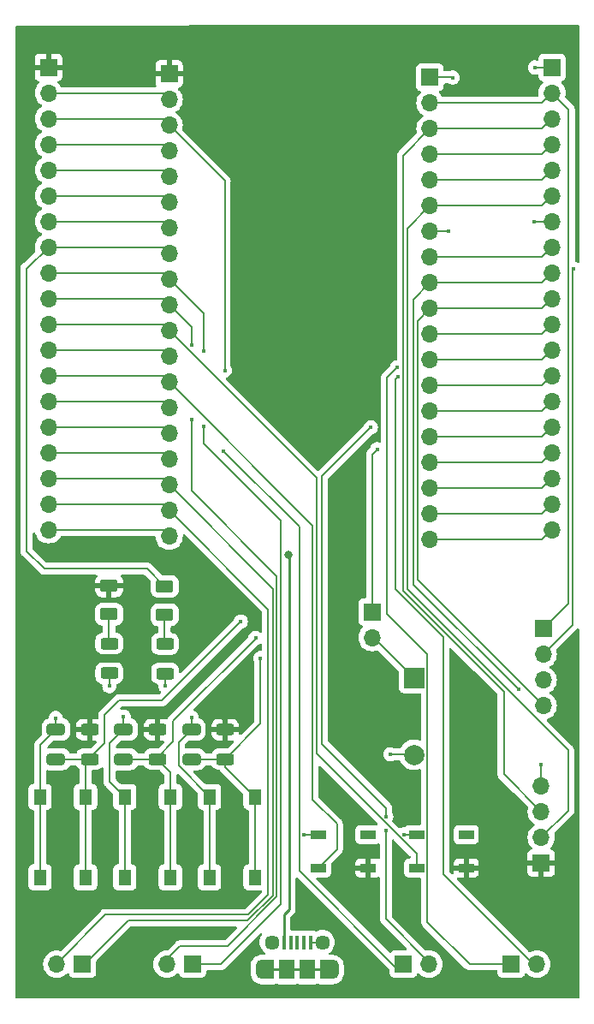
<source format=gbr>
%TF.GenerationSoftware,KiCad,Pcbnew,7.0.5-7.0.5~ubuntu22.04.1*%
%TF.CreationDate,2023-07-06T21:51:12-03:00*%
%TF.ProjectId,Dev-kit-multiboards,4465762d-6b69-4742-9d6d-756c7469626f,rev?*%
%TF.SameCoordinates,Original*%
%TF.FileFunction,Copper,L1,Top*%
%TF.FilePolarity,Positive*%
%FSLAX46Y46*%
G04 Gerber Fmt 4.6, Leading zero omitted, Abs format (unit mm)*
G04 Created by KiCad (PCBNEW 7.0.5-7.0.5~ubuntu22.04.1) date 2023-07-06 21:51:12*
%MOMM*%
%LPD*%
G01*
G04 APERTURE LIST*
G04 Aperture macros list*
%AMRoundRect*
0 Rectangle with rounded corners*
0 $1 Rounding radius*
0 $2 $3 $4 $5 $6 $7 $8 $9 X,Y pos of 4 corners*
0 Add a 4 corners polygon primitive as box body*
4,1,4,$2,$3,$4,$5,$6,$7,$8,$9,$2,$3,0*
0 Add four circle primitives for the rounded corners*
1,1,$1+$1,$2,$3*
1,1,$1+$1,$4,$5*
1,1,$1+$1,$6,$7*
1,1,$1+$1,$8,$9*
0 Add four rect primitives between the rounded corners*
20,1,$1+$1,$2,$3,$4,$5,0*
20,1,$1+$1,$4,$5,$6,$7,0*
20,1,$1+$1,$6,$7,$8,$9,0*
20,1,$1+$1,$8,$9,$2,$3,0*%
G04 Aperture macros list end*
%TA.AperFunction,ComponentPad*%
%ADD10R,1.700000X1.700000*%
%TD*%
%TA.AperFunction,ComponentPad*%
%ADD11O,1.700000X1.700000*%
%TD*%
%TA.AperFunction,SMDPad,CuDef*%
%ADD12R,1.300000X1.550000*%
%TD*%
%TA.AperFunction,SMDPad,CuDef*%
%ADD13R,1.500000X0.900000*%
%TD*%
%TA.AperFunction,SMDPad,CuDef*%
%ADD14R,1.500000X1.900000*%
%TD*%
%TA.AperFunction,ComponentPad*%
%ADD15C,1.450000*%
%TD*%
%TA.AperFunction,SMDPad,CuDef*%
%ADD16R,1.200000X1.900000*%
%TD*%
%TA.AperFunction,ComponentPad*%
%ADD17O,1.200000X1.900000*%
%TD*%
%TA.AperFunction,SMDPad,CuDef*%
%ADD18R,0.400000X1.350000*%
%TD*%
%TA.AperFunction,SMDPad,CuDef*%
%ADD19RoundRect,0.250000X0.650000X-0.325000X0.650000X0.325000X-0.650000X0.325000X-0.650000X-0.325000X0*%
%TD*%
%TA.AperFunction,SMDPad,CuDef*%
%ADD20RoundRect,0.250000X0.625000X-0.375000X0.625000X0.375000X-0.625000X0.375000X-0.625000X-0.375000X0*%
%TD*%
%TA.AperFunction,SMDPad,CuDef*%
%ADD21RoundRect,0.250000X-0.625000X0.312500X-0.625000X-0.312500X0.625000X-0.312500X0.625000X0.312500X0*%
%TD*%
%TA.AperFunction,ComponentPad*%
%ADD22R,2.000000X2.000000*%
%TD*%
%TA.AperFunction,ComponentPad*%
%ADD23C,2.000000*%
%TD*%
%TA.AperFunction,ViaPad*%
%ADD24C,0.400000*%
%TD*%
%TA.AperFunction,ViaPad*%
%ADD25C,0.800000*%
%TD*%
%TA.AperFunction,Conductor*%
%ADD26C,0.152000*%
%TD*%
%TA.AperFunction,Conductor*%
%ADD27C,0.200000*%
%TD*%
%TA.AperFunction,Conductor*%
%ADD28C,0.250000*%
%TD*%
G04 APERTURE END LIST*
D10*
%TO.P,JP1,1,A*%
%TO.N,Buzzer*%
X125840000Y-92110000D03*
D11*
%TO.P,JP1,2,B*%
%TO.N,Net-(BUZZER1--)*%
X125840000Y-94650000D03*
%TD*%
D12*
%TO.P,BUTTON3,1,1*%
%TO.N,BUTTON3*%
X114265000Y-118355000D03*
X114265000Y-110405000D03*
%TO.P,BUTTON3,2,2*%
%TO.N,Earth*%
X109765000Y-110405000D03*
X109765000Y-118355000D03*
%TD*%
%TO.P,BUTTON2,1,1*%
%TO.N,BUTTON2*%
X105880000Y-118355000D03*
X105880000Y-110405000D03*
%TO.P,BUTTON2,2,2*%
%TO.N,Earth*%
X101380000Y-110405000D03*
X101380000Y-118355000D03*
%TD*%
%TO.P,BUTTON1,1,1*%
%TO.N,BUTTON1*%
X97495000Y-118355000D03*
X97495000Y-110405000D03*
%TO.P,BUTTON1,2,2*%
%TO.N,Earth*%
X92995000Y-110405000D03*
X92995000Y-118355000D03*
%TD*%
D13*
%TO.P,RGB1,1-VDD,VDD*%
%TO.N,+3.3V*%
X135140000Y-117440000D03*
%TO.P,RGB1,2-DOUT,DO*%
%TO.N,unconnected-(RGB1-DO-Pad2-DOUT)*%
X135140000Y-114140000D03*
%TO.P,RGB1,4-DIN,DI*%
%TO.N,IO27*%
X130240000Y-117440000D03*
%TO.P,RGB1,3-GND,GND*%
%TO.N,Earth*%
X130240000Y-114140000D03*
%TD*%
%TO.P,RGB2,1-VDD,VDD*%
%TO.N,+3.3V*%
X125410000Y-117440000D03*
%TO.P,RGB2,2-DOUT,DO*%
%TO.N,unconnected-(RGB2-DO-Pad2-DOUT)*%
X125410000Y-114140000D03*
%TO.P,RGB2,4-DIN,DI*%
%TO.N,IO12*%
X120510000Y-117440000D03*
%TO.P,RGB2,3-GND,GND*%
%TO.N,Earth*%
X120510000Y-114140000D03*
%TD*%
D14*
%TO.P,J10,6,Shield*%
%TO.N,Earth*%
X119430000Y-127487500D03*
D15*
X120930000Y-124787500D03*
D16*
X115530000Y-127487500D03*
D17*
X114930000Y-127487500D03*
D15*
X115930000Y-124787500D03*
D17*
X121930000Y-127487500D03*
D16*
X121330000Y-127487500D03*
D14*
X117430000Y-127487500D03*
D18*
%TO.P,J10,5,GND*%
X119730000Y-124787500D03*
%TO.P,J10,4,ID*%
%TO.N,unconnected-(J10-ID-Pad4)*%
X119080000Y-124787500D03*
%TO.P,J10,3,D+*%
%TO.N,unconnected-(J10-D+-Pad3)*%
X118430000Y-124787500D03*
%TO.P,J10,2,D-*%
%TO.N,unconnected-(J10-D--Pad2)*%
X117780000Y-124787500D03*
%TO.P,J10,1,VBUS*%
%TO.N,+5V*%
X117130000Y-124787500D03*
%TD*%
D19*
%TO.P,C2,1*%
%TO.N,BUTTON2*%
X101257000Y-106695000D03*
%TO.P,C2,2*%
%TO.N,Earth*%
X101257000Y-103745000D03*
%TD*%
D20*
%TO.P,LED2,1,K*%
%TO.N,Net-(LED2-K)*%
X105320000Y-92402500D03*
%TO.P,LED2,2,A*%
%TO.N,IO33*%
X105320000Y-89602500D03*
%TD*%
D21*
%TO.P,R1,1*%
%TO.N,+3.3V*%
X97909000Y-103757500D03*
%TO.P,R1,2*%
%TO.N,BUTTON1*%
X97909000Y-106682500D03*
%TD*%
D10*
%TO.P,J2,1,Pin_1*%
%TO.N,IO23*%
X142760000Y-93790000D03*
D11*
%TO.P,J2,2,Pin_2*%
%TO.N,IO19*%
X142760000Y-96330000D03*
%TO.P,J2,3,Pin_3*%
%TO.N,CLK*%
X142760000Y-98870000D03*
%TO.P,J2,4,Pin_4*%
%TO.N,CS*%
X142760000Y-101410000D03*
%TD*%
D10*
%TO.P,J7,1,Pin_1*%
%TO.N,DAC_1*%
X108080000Y-126950000D03*
D11*
%TO.P,J7,2,Pin_2*%
%TO.N,DAC_2*%
X105540000Y-126950000D03*
%TD*%
D10*
%TO.P,J4,1,Pin_1*%
%TO.N,+3.3V*%
X105760000Y-38916250D03*
D11*
%TO.P,J4,2,Pin_2*%
%TO.N,EN_ESP32*%
X105760000Y-41456250D03*
%TO.P,J4,3,Pin_3*%
%TO.N,ADC1*%
X105760000Y-43996250D03*
%TO.P,J4,4,Pin_4*%
%TO.N,IO39*%
X105760000Y-46536250D03*
%TO.P,J4,5,Pin_5*%
%TO.N,IO34*%
X105760000Y-49076250D03*
%TO.P,J4,6,Pin_6*%
%TO.N,IO35*%
X105760000Y-51616250D03*
%TO.P,J4,7,Pin_7*%
%TO.N,IO32*%
X105760000Y-54156250D03*
%TO.P,J4,8,Pin_8*%
%TO.N,IO33*%
X105760000Y-56696250D03*
%TO.P,J4,9,Pin_9*%
%TO.N,DAC_1*%
X105760000Y-59236250D03*
%TO.P,J4,10,Pin_10*%
%TO.N,DAC_2*%
X105760000Y-61776250D03*
%TO.P,J4,11,Pin_11*%
%TO.N,IO27*%
X105760000Y-64316250D03*
%TO.P,J4,12,Pin_12*%
%TO.N,IO14*%
X105760000Y-66856250D03*
%TO.P,J4,13,Pin_13*%
%TO.N,IO12*%
X105760000Y-69396250D03*
%TO.P,J4,14,Pin_14*%
%TO.N,Earth*%
X105760000Y-71936250D03*
%TO.P,J4,15,Pin_15*%
%TO.N,IO13*%
X105760000Y-74476250D03*
%TO.P,J4,16,Pin_16*%
%TO.N,IO9*%
X105760000Y-77016250D03*
%TO.P,J4,17,Pin_17*%
%TO.N,IO10*%
X105760000Y-79556250D03*
%TO.P,J4,18,Pin_18*%
%TO.N,IO11*%
X105760000Y-82096250D03*
%TO.P,J4,19,Pin_19*%
%TO.N,+5V*%
X105760000Y-84636250D03*
%TD*%
D21*
%TO.P,R2,1*%
%TO.N,+3.3V*%
X104605000Y-103757500D03*
%TO.P,R2,2*%
%TO.N,BUTTON2*%
X104605000Y-106682500D03*
%TD*%
D10*
%TO.P,J9,1,Pin_1*%
%TO.N,Earth*%
X143650000Y-38270000D03*
D11*
%TO.P,J9,2,Pin_2*%
%TO.N,IO23*%
X143650000Y-40810000D03*
%TO.P,J9,3,Pin_3*%
%TO.N,IO22*%
X143650000Y-43350000D03*
%TO.P,J9,4,Pin_4*%
%TO.N,IO1*%
X143650000Y-45890000D03*
%TO.P,J9,5,Pin_5*%
%TO.N,IO3*%
X143650000Y-48430000D03*
%TO.P,J9,6,Pin_6*%
%TO.N,IO21*%
X143650000Y-50970000D03*
%TO.P,J9,7,Pin_7*%
%TO.N,Earth*%
X143650000Y-53510000D03*
%TO.P,J9,8,Pin_8*%
%TO.N,IO19*%
X143650000Y-56050000D03*
%TO.P,J9,9,Pin_9*%
%TO.N,CLK*%
X143650000Y-58590000D03*
%TO.P,J9,10,Pin_10*%
%TO.N,CS*%
X143650000Y-61130000D03*
%TO.P,J9,11,Pin_11*%
%TO.N,IO17*%
X143650000Y-63670000D03*
%TO.P,J9,12,Pin_12*%
%TO.N,IO16*%
X143650000Y-66210000D03*
%TO.P,J9,13,Pin_13*%
%TO.N,ADC2*%
X143650000Y-68750000D03*
%TO.P,J9,14,Pin_14*%
%TO.N,IO0*%
X143650000Y-71290000D03*
%TO.P,J9,15,Pin_15*%
%TO.N,Buzzer*%
X143650000Y-73830000D03*
%TO.P,J9,16,Pin_16*%
%TO.N,BUTTON1*%
X143650000Y-76370000D03*
%TO.P,J9,17,Pin_17*%
%TO.N,BUTTON2*%
X143650000Y-78910000D03*
%TO.P,J9,18,Pin_18*%
%TO.N,BUTTON3*%
X143650000Y-81450000D03*
%TO.P,J9,19,Pin_19*%
%TO.N,IO6*%
X143650000Y-83990000D03*
%TD*%
D21*
%TO.P,R3,1*%
%TO.N,+3.3V*%
X111301000Y-103757500D03*
%TO.P,R3,2*%
%TO.N,BUTTON3*%
X111301000Y-106682500D03*
%TD*%
D11*
%TO.P,J3,2,Pin_2*%
%TO.N,IO16*%
X142140000Y-126950000D03*
D10*
%TO.P,J3,1,Pin_1*%
%TO.N,IO17*%
X139600000Y-126950000D03*
%TD*%
%TO.P,J6,1,Pin_1*%
%TO.N,ADC1*%
X128930000Y-126950000D03*
D11*
%TO.P,J6,2,Pin_2*%
%TO.N,ADC2*%
X131470000Y-126950000D03*
%TD*%
D21*
%TO.P,R5,1*%
%TO.N,Net-(LED2-K)*%
X105350000Y-95280000D03*
%TO.P,R5,2*%
%TO.N,Earth*%
X105350000Y-98205000D03*
%TD*%
D19*
%TO.P,C3,1*%
%TO.N,BUTTON3*%
X107953000Y-106695000D03*
%TO.P,C3,2*%
%TO.N,Earth*%
X107953000Y-103745000D03*
%TD*%
%TO.P,C1,1*%
%TO.N,BUTTON1*%
X94561000Y-106695000D03*
%TO.P,C1,2*%
%TO.N,Earth*%
X94561000Y-103745000D03*
%TD*%
D20*
%TO.P,LED1,1,K*%
%TO.N,Net-(LED1-K)*%
X99820000Y-92342500D03*
%TO.P,LED1,2,A*%
%TO.N,+3.3V*%
X99820000Y-89542500D03*
%TD*%
D10*
%TO.P,J5,1,Pin_1*%
%TO.N,Earth*%
X131560000Y-39256250D03*
D11*
%TO.P,J5,2,Pin_2*%
%TO.N,IO23*%
X131560000Y-41796250D03*
%TO.P,J5,3,Pin_3*%
%TO.N,IO22*%
X131560000Y-44336250D03*
%TO.P,J5,4,Pin_4*%
%TO.N,IO1*%
X131560000Y-46876250D03*
%TO.P,J5,5,Pin_5*%
%TO.N,IO3*%
X131560000Y-49416250D03*
%TO.P,J5,6,Pin_6*%
%TO.N,IO21*%
X131560000Y-51956250D03*
%TO.P,J5,7,Pin_7*%
%TO.N,Earth*%
X131560000Y-54496250D03*
%TO.P,J5,8,Pin_8*%
%TO.N,IO19*%
X131560000Y-57036250D03*
%TO.P,J5,9,Pin_9*%
%TO.N,CLK*%
X131560000Y-59576250D03*
%TO.P,J5,10,Pin_10*%
%TO.N,CS*%
X131560000Y-62116250D03*
%TO.P,J5,11,Pin_11*%
%TO.N,IO17*%
X131560000Y-64656250D03*
%TO.P,J5,12,Pin_12*%
%TO.N,IO16*%
X131560000Y-67196250D03*
%TO.P,J5,13,Pin_13*%
%TO.N,ADC2*%
X131560000Y-69736250D03*
%TO.P,J5,14,Pin_14*%
%TO.N,IO0*%
X131560000Y-72276250D03*
%TO.P,J5,15,Pin_15*%
%TO.N,Buzzer*%
X131560000Y-74816250D03*
%TO.P,J5,16,Pin_16*%
%TO.N,BUTTON1*%
X131560000Y-77356250D03*
%TO.P,J5,17,Pin_17*%
%TO.N,BUTTON2*%
X131560000Y-79896250D03*
%TO.P,J5,18,Pin_18*%
%TO.N,BUTTON3*%
X131560000Y-82436250D03*
%TO.P,J5,19,Pin_19*%
%TO.N,IO6*%
X131560000Y-84976250D03*
%TD*%
D10*
%TO.P,J12,1,Pin_1*%
%TO.N,IO10*%
X97190000Y-126950000D03*
D11*
%TO.P,J12,2,Pin_2*%
%TO.N,IO11*%
X94650000Y-126950000D03*
%TD*%
D10*
%TO.P,J8,1,Pin_1*%
%TO.N,+3.3V*%
X93830000Y-38270000D03*
D11*
%TO.P,J8,2,Pin_2*%
%TO.N,EN_ESP32*%
X93830000Y-40810000D03*
%TO.P,J8,3,Pin_3*%
%TO.N,ADC1*%
X93830000Y-43350000D03*
%TO.P,J8,4,Pin_4*%
%TO.N,IO39*%
X93830000Y-45890000D03*
%TO.P,J8,5,Pin_5*%
%TO.N,IO34*%
X93830000Y-48430000D03*
%TO.P,J8,6,Pin_6*%
%TO.N,IO35*%
X93830000Y-50970000D03*
%TO.P,J8,7,Pin_7*%
%TO.N,IO32*%
X93830000Y-53510000D03*
%TO.P,J8,8,Pin_8*%
%TO.N,IO33*%
X93830000Y-56050000D03*
%TO.P,J8,9,Pin_9*%
%TO.N,DAC_1*%
X93830000Y-58590000D03*
%TO.P,J8,10,Pin_10*%
%TO.N,DAC_2*%
X93830000Y-61130000D03*
%TO.P,J8,11,Pin_11*%
%TO.N,IO27*%
X93830000Y-63670000D03*
%TO.P,J8,12,Pin_12*%
%TO.N,IO14*%
X93830000Y-66210000D03*
%TO.P,J8,13,Pin_13*%
%TO.N,IO12*%
X93830000Y-68750000D03*
%TO.P,J8,14,Pin_14*%
%TO.N,Earth*%
X93830000Y-71290000D03*
%TO.P,J8,15,Pin_15*%
%TO.N,IO13*%
X93830000Y-73830000D03*
%TO.P,J8,16,Pin_16*%
%TO.N,IO9*%
X93830000Y-76370000D03*
%TO.P,J8,17,Pin_17*%
%TO.N,IO10*%
X93830000Y-78910000D03*
%TO.P,J8,18,Pin_18*%
%TO.N,IO11*%
X93830000Y-81450000D03*
%TO.P,J8,19,Pin_19*%
%TO.N,+5V*%
X93830000Y-83990000D03*
%TD*%
D10*
%TO.P,J1,1,Pin_1*%
%TO.N,+3.3V*%
X142570000Y-116970000D03*
D11*
%TO.P,J1,2,Pin_2*%
%TO.N,IO21*%
X142570000Y-114430000D03*
%TO.P,J1,3,Pin_3*%
%TO.N,IO22*%
X142570000Y-111890000D03*
%TO.P,J1,4,Pin_4*%
%TO.N,Earth*%
X142570000Y-109350000D03*
%TD*%
D21*
%TO.P,R4,1*%
%TO.N,Net-(LED1-K)*%
X99840000Y-95250000D03*
%TO.P,R4,2*%
%TO.N,Earth*%
X99840000Y-98175000D03*
%TD*%
D22*
%TO.P,BUZZER1,1,-*%
%TO.N,Net-(BUZZER1--)*%
X129990000Y-98650000D03*
D23*
%TO.P,BUZZER1,2,+*%
%TO.N,Earth*%
X129990000Y-106250000D03*
%TD*%
D24*
%TO.N,+3.3V*%
X105090000Y-101980000D03*
X110170000Y-101840000D03*
X128480000Y-118930000D03*
X125390000Y-119000000D03*
D25*
%TO.N,+5V*%
X117530000Y-86510000D03*
D24*
%TO.N,Buzzer*%
X126340000Y-76030000D03*
%TO.N,Earth*%
X141940000Y-38280000D03*
X128980000Y-114120000D03*
X94550000Y-102610000D03*
X99845000Y-99465000D03*
X127630000Y-106200000D03*
X133360000Y-54500000D03*
X101260000Y-102460000D03*
X119110000Y-114120000D03*
X133810000Y-39280000D03*
X142560000Y-107180000D03*
X105375000Y-99445000D03*
X107960000Y-102550000D03*
X141870000Y-53510000D03*
%TO.N,BUTTON3*%
X114790000Y-96690000D03*
%TO.N,BUTTON1*%
X112855000Y-93075000D03*
%TO.N,BUTTON2*%
X114310000Y-94710000D03*
%TO.N,IO19*%
X145789500Y-58180000D03*
%TO.N,CLK*%
X140300000Y-99800000D03*
%TO.N,IO17*%
X128290000Y-67940000D03*
%TO.N,IO16*%
X128400500Y-68860000D03*
%TO.N,ADC1*%
X111160000Y-76230000D03*
X111270000Y-68230000D03*
%TO.N,DAC_1*%
X109140000Y-73750000D03*
X109140000Y-66330000D03*
%TO.N,DAC_2*%
X107970000Y-65700000D03*
X107990000Y-73060000D03*
%TO.N,ADC2*%
X127234647Y-112375353D03*
X125715000Y-73865000D03*
X127200000Y-113780000D03*
%TD*%
D26*
%TO.N,IO10*%
X116030000Y-89826250D02*
X105760000Y-79556250D01*
X116030000Y-120131744D02*
X116030000Y-89826250D01*
X101720000Y-122630000D02*
X113531744Y-122630000D01*
X97220000Y-127130000D02*
X101720000Y-122630000D01*
X113531744Y-122630000D02*
X116030000Y-120131744D01*
%TO.N,DAC_1*%
X108080000Y-126950000D02*
X108110000Y-126980000D01*
X109140000Y-75460000D02*
X109140000Y-73750000D01*
X108110000Y-126980000D02*
X110860000Y-126980000D01*
X116782000Y-121058000D02*
X116782000Y-83102000D01*
X110860000Y-126980000D02*
X116782000Y-121058000D01*
X116782000Y-83102000D02*
X109140000Y-75460000D01*
%TO.N,DAC_2*%
X107990000Y-73060000D02*
X107990000Y-80159904D01*
X107990000Y-80159904D02*
X116406000Y-88575904D01*
X116406000Y-88575904D02*
X116406000Y-120287488D01*
X116406000Y-120287488D02*
X111513488Y-125180000D01*
X111513488Y-125180000D02*
X106790000Y-125180000D01*
X106790000Y-125180000D02*
X105540000Y-126430000D01*
D27*
%TO.N,ADC2*%
X127200000Y-113780000D02*
X127200000Y-122490000D01*
X131470000Y-126760000D02*
X131470000Y-127180000D01*
X127200000Y-122490000D02*
X131470000Y-126760000D01*
D26*
%TO.N,ADC1*%
X118634000Y-117724000D02*
X118634000Y-113922834D01*
X118640000Y-113916834D02*
X118640000Y-83710000D01*
X118634000Y-113922834D02*
X118640000Y-113916834D01*
X128930000Y-127180000D02*
X128090000Y-127180000D01*
X128090000Y-127180000D02*
X118634000Y-117724000D01*
X118640000Y-83710000D02*
X111160000Y-76230000D01*
%TO.N,IO17*%
X128290000Y-67940000D02*
X127280000Y-68950000D01*
X127280000Y-68950000D02*
X127280000Y-92330000D01*
X127280000Y-92330000D02*
X131266000Y-96316000D01*
X131266000Y-96316000D02*
X131266000Y-122756000D01*
X139590000Y-126960000D02*
X139600000Y-126950000D01*
X131266000Y-122756000D02*
X135470000Y-126960000D01*
X135470000Y-126960000D02*
X139590000Y-126960000D01*
%TO.N,IO16*%
X128160000Y-89847429D02*
X132875000Y-94562429D01*
X132875000Y-118045000D02*
X141780000Y-126950000D01*
X128400500Y-68860000D02*
X128160000Y-69100500D01*
X141780000Y-126950000D02*
X142140000Y-126950000D01*
X132875000Y-94562429D02*
X132875000Y-118045000D01*
X128160000Y-69100500D02*
X128160000Y-89847429D01*
D27*
%TO.N,Earth*%
X142570000Y-109350000D02*
X142570000Y-107190000D01*
X142570000Y-107190000D02*
X142560000Y-107180000D01*
D26*
%TO.N,IO11*%
X94680000Y-126830000D02*
X99440000Y-122070000D01*
X99440000Y-122070000D02*
X113560000Y-122070000D01*
X115520000Y-91856250D02*
X105760000Y-82096250D01*
X113560000Y-122070000D02*
X115520000Y-120110000D01*
X115520000Y-120110000D02*
X115520000Y-91856250D01*
D27*
%TO.N,IO21*%
X142570000Y-114430000D02*
X145220000Y-111780000D01*
X145220000Y-111780000D02*
X145220000Y-105810000D01*
X145220000Y-105810000D02*
X129300000Y-89890000D01*
X129300000Y-89890000D02*
X129300000Y-54216250D01*
X129300000Y-54216250D02*
X131560000Y-51956250D01*
%TO.N,IO22*%
X142570000Y-111890000D02*
X138860000Y-108180000D01*
X138860000Y-108180000D02*
X138860000Y-100015685D01*
X128900000Y-90055685D02*
X128900000Y-46996250D01*
X138860000Y-100015685D02*
X128900000Y-90055685D01*
X128900000Y-46996250D02*
X131560000Y-44336250D01*
%TO.N,Buzzer*%
X126340000Y-76030000D02*
X125840000Y-76530000D01*
X125840000Y-76530000D02*
X125840000Y-92110000D01*
%TO.N,Net-(BUZZER1--)*%
X125990000Y-94650000D02*
X129990000Y-98650000D01*
%TO.N,Earth*%
X129990000Y-106250000D02*
X129940000Y-106200000D01*
X129940000Y-106200000D02*
X127630000Y-106200000D01*
X119730000Y-124787500D02*
X120930000Y-124787500D01*
%TO.N,+3.3V*%
X105090000Y-101980000D02*
X104610000Y-102460000D01*
X104610000Y-102460000D02*
X104610000Y-103752500D01*
X104610000Y-103752500D02*
X104605000Y-103757500D01*
X111301000Y-103757500D02*
X111301000Y-102971000D01*
X111301000Y-102971000D02*
X110170000Y-101840000D01*
D28*
%TO.N,Earth*%
X117430000Y-127487500D02*
X119430000Y-127487500D01*
X119430000Y-127487500D02*
X121930000Y-127487500D01*
X117430000Y-127487500D02*
X115530000Y-127487500D01*
D26*
%TO.N,+3.3V*%
X125410000Y-117440000D02*
X125410000Y-118980000D01*
X125410000Y-118980000D02*
X125390000Y-119000000D01*
D27*
%TO.N,BUTTON3*%
X114265000Y-110405000D02*
X111301000Y-107441000D01*
X111301000Y-107441000D02*
X111301000Y-106682500D01*
%TO.N,BUTTON2*%
X105880000Y-110405000D02*
X105880000Y-107957500D01*
X105880000Y-107957500D02*
X104605000Y-106682500D01*
%TO.N,BUTTON1*%
X97495000Y-110405000D02*
X97495000Y-107096500D01*
X97495000Y-107096500D02*
X97909000Y-106682500D01*
D28*
%TO.N,+5V*%
X117130000Y-124787500D02*
X117130000Y-122020000D01*
X117130000Y-122020000D02*
X117640000Y-121510000D01*
X117640000Y-121510000D02*
X117640000Y-86620000D01*
X117640000Y-86620000D02*
X117530000Y-86510000D01*
D27*
%TO.N,BUTTON1*%
X99370000Y-105066315D02*
X97909000Y-106527315D01*
X112855000Y-93075000D02*
X105070000Y-100860000D01*
X105070000Y-100860000D02*
X100810000Y-100860000D01*
X99370000Y-102300000D02*
X99370000Y-105066315D01*
X100810000Y-100860000D02*
X99370000Y-102300000D01*
X97909000Y-106527315D02*
X97909000Y-106682500D01*
%TO.N,BUTTON2*%
X114310000Y-94710000D02*
X114310000Y-94770000D01*
X114310000Y-94770000D02*
X106160000Y-102920000D01*
X106160000Y-102920000D02*
X106160000Y-104972314D01*
X106160000Y-104972314D02*
X104605000Y-106527314D01*
X104605000Y-106527314D02*
X104605000Y-106682500D01*
%TO.N,BUTTON3*%
X114790000Y-96690000D02*
X114790000Y-103193500D01*
X114790000Y-103193500D02*
X111301000Y-106682500D01*
%TO.N,Buzzer*%
X142663750Y-74816250D02*
X143650000Y-73830000D01*
X131560000Y-74816250D02*
X142663750Y-74816250D01*
%TO.N,Earth*%
X143650000Y-53510000D02*
X141870000Y-53510000D01*
X131560000Y-54496250D02*
X133356250Y-54496250D01*
X94561000Y-103745000D02*
X94561000Y-102621000D01*
X133786250Y-39256250D02*
X133810000Y-39280000D01*
X92995000Y-118355000D02*
X92995000Y-110405000D01*
X101257000Y-103745000D02*
X101257000Y-102463000D01*
X143650000Y-38270000D02*
X141950000Y-38270000D01*
X93830000Y-71290000D02*
X105113750Y-71290000D01*
X107953000Y-102557000D02*
X107960000Y-102550000D01*
X119130000Y-114140000D02*
X119110000Y-114120000D01*
X99840000Y-99460000D02*
X99845000Y-99465000D01*
X106690000Y-105008000D02*
X107953000Y-103745000D01*
X99900000Y-108925000D02*
X99900000Y-105102000D01*
X99840000Y-98175000D02*
X99840000Y-99460000D01*
X94561000Y-102621000D02*
X94550000Y-102610000D01*
X106690000Y-107330000D02*
X106690000Y-105008000D01*
X133356250Y-54496250D02*
X133360000Y-54500000D01*
X109765000Y-118355000D02*
X109765000Y-110405000D01*
X131560000Y-39256250D02*
X133786250Y-39256250D01*
X101257000Y-102463000D02*
X101260000Y-102460000D01*
X129000000Y-114140000D02*
X128980000Y-114120000D01*
X107953000Y-103745000D02*
X107953000Y-102557000D01*
X101380000Y-110405000D02*
X99900000Y-108925000D01*
X99900000Y-105102000D02*
X101257000Y-103745000D01*
X109765000Y-110405000D02*
X106690000Y-107330000D01*
X92995000Y-110405000D02*
X92995000Y-105311000D01*
X101380000Y-118355000D02*
X101380000Y-110405000D01*
X105350000Y-99420000D02*
X105375000Y-99445000D01*
X105350000Y-98205000D02*
X105350000Y-99420000D01*
X141950000Y-38270000D02*
X141940000Y-38280000D01*
X130240000Y-114140000D02*
X129000000Y-114140000D01*
X105113750Y-71290000D02*
X105760000Y-71936250D01*
X92995000Y-105311000D02*
X94561000Y-103745000D01*
X120510000Y-114140000D02*
X119130000Y-114140000D01*
%TO.N,BUTTON3*%
X131560000Y-82436250D02*
X142663750Y-82436250D01*
X107953000Y-106695000D02*
X111288500Y-106695000D01*
X114265000Y-118355000D02*
X114265000Y-110405000D01*
X142663750Y-82436250D02*
X143650000Y-81450000D01*
%TO.N,BUTTON1*%
X97495000Y-118355000D02*
X97495000Y-110405000D01*
X97896500Y-106682500D02*
X97909000Y-106695000D01*
X142663750Y-77356250D02*
X143650000Y-76370000D01*
X97896500Y-106695000D02*
X97909000Y-106682500D01*
X131560000Y-77356250D02*
X142663750Y-77356250D01*
X94561000Y-106695000D02*
X97896500Y-106695000D01*
%TO.N,BUTTON2*%
X104592500Y-106682500D02*
X104605000Y-106695000D01*
X131560000Y-79896250D02*
X142663750Y-79896250D01*
X104592500Y-106695000D02*
X104605000Y-106682500D01*
X142663750Y-79896250D02*
X143650000Y-78910000D01*
X105880000Y-118355000D02*
X105880000Y-110405000D01*
X101257000Y-106695000D02*
X104592500Y-106695000D01*
%TO.N,IO32*%
X105113750Y-53510000D02*
X105760000Y-54156250D01*
X93830000Y-53510000D02*
X105113750Y-53510000D01*
%TO.N,IO33*%
X91680000Y-86140000D02*
X91680000Y-58110000D01*
X93400000Y-87860000D02*
X91680000Y-86140000D01*
X103577500Y-87860000D02*
X93400000Y-87860000D01*
X91680000Y-58110000D02*
X91770000Y-58110000D01*
X93830000Y-56050000D02*
X105113750Y-56050000D01*
X105113750Y-56050000D02*
X105760000Y-56696250D01*
X91770000Y-58110000D02*
X93830000Y-56050000D01*
X105320000Y-89602500D02*
X103577500Y-87860000D01*
%TO.N,+3.3V*%
X104605000Y-103745000D02*
X104555000Y-103745000D01*
X97909000Y-103745000D02*
X97885000Y-103745000D01*
X111301000Y-103745000D02*
X111045000Y-103745000D01*
%TO.N,IO21*%
X131560000Y-51956250D02*
X142663750Y-51956250D01*
X142663750Y-51956250D02*
X143650000Y-50970000D01*
%TO.N,IO22*%
X131560000Y-44336250D02*
X142663750Y-44336250D01*
X142663750Y-44336250D02*
X143650000Y-43350000D01*
%TO.N,IO23*%
X142663750Y-41796250D02*
X143650000Y-40810000D01*
X145289500Y-42449500D02*
X145289500Y-91260500D01*
X143650000Y-40810000D02*
X145289500Y-42449500D01*
X145289500Y-91260500D02*
X142760000Y-93790000D01*
X131560000Y-41796250D02*
X142663750Y-41796250D01*
D26*
%TO.N,IO19*%
X145710000Y-58259500D02*
X145710000Y-93380000D01*
X145710000Y-93380000D02*
X142760000Y-96330000D01*
D27*
X131560000Y-57036250D02*
X142663750Y-57036250D01*
X142663750Y-57036250D02*
X143650000Y-56050000D01*
D26*
X145789500Y-58180000D02*
X145710000Y-58259500D01*
D27*
%TO.N,CLK*%
X142663750Y-59576250D02*
X143650000Y-58590000D01*
X129910000Y-61226250D02*
X129910000Y-89410000D01*
X131560000Y-59576250D02*
X142663750Y-59576250D01*
X131560000Y-59576250D02*
X129910000Y-61226250D01*
X129910000Y-89410000D02*
X140300000Y-99800000D01*
%TO.N,CS*%
X142663750Y-62116250D02*
X143650000Y-61130000D01*
X130310000Y-63366250D02*
X130310000Y-88960000D01*
X131560000Y-62116250D02*
X130310000Y-63366250D01*
X131560000Y-62116250D02*
X142663750Y-62116250D01*
X130310000Y-88960000D02*
X142760000Y-101410000D01*
%TO.N,IO17*%
X131560000Y-64656250D02*
X142663750Y-64656250D01*
X142663750Y-64656250D02*
X143650000Y-63670000D01*
%TO.N,IO16*%
X142663750Y-67196250D02*
X143650000Y-66210000D01*
X131560000Y-67196250D02*
X142663750Y-67196250D01*
%TO.N,EN_ESP32*%
X105113750Y-40810000D02*
X105760000Y-41456250D01*
X93830000Y-40810000D02*
X105113750Y-40810000D01*
%TO.N,ADC1*%
X105113750Y-43350000D02*
X105760000Y-43996250D01*
X93830000Y-43350000D02*
X105113750Y-43350000D01*
D26*
X111270000Y-68230000D02*
X111270000Y-49506250D01*
X111270000Y-49506250D02*
X105760000Y-43996250D01*
D27*
%TO.N,IO39*%
X105113750Y-45890000D02*
X105760000Y-46536250D01*
X93830000Y-45890000D02*
X105113750Y-45890000D01*
%TO.N,IO34*%
X93830000Y-48430000D02*
X105113750Y-48430000D01*
X105113750Y-48430000D02*
X105760000Y-49076250D01*
%TO.N,IO35*%
X105113750Y-50970000D02*
X105760000Y-51616250D01*
X93830000Y-50970000D02*
X105113750Y-50970000D01*
D26*
%TO.N,DAC_1*%
X109140000Y-62616250D02*
X105760000Y-59236250D01*
D27*
X105113750Y-58590000D02*
X105760000Y-59236250D01*
X93830000Y-58590000D02*
X105113750Y-58590000D01*
D26*
X109140000Y-66330000D02*
X109140000Y-62616250D01*
D27*
%TO.N,DAC_2*%
X105113750Y-61130000D02*
X105760000Y-61776250D01*
X105760000Y-61776250D02*
X107970000Y-63986250D01*
X107970000Y-63986250D02*
X107970000Y-65700000D01*
X93830000Y-61130000D02*
X105113750Y-61130000D01*
D26*
%TO.N,IO27*%
X130240000Y-116053166D02*
X120320000Y-106133166D01*
X130240000Y-117440000D02*
X130240000Y-116053166D01*
D27*
X93830000Y-63670000D02*
X105113750Y-63670000D01*
D26*
X120320000Y-106133166D02*
X120320000Y-78876250D01*
X120320000Y-78876250D02*
X105760000Y-64316250D01*
D27*
X105113750Y-63670000D02*
X105760000Y-64316250D01*
%TO.N,IO14*%
X105113750Y-66210000D02*
X105760000Y-66856250D01*
X93830000Y-66210000D02*
X105113750Y-66210000D01*
%TO.N,IO12*%
X105113750Y-68750000D02*
X105760000Y-69396250D01*
D26*
X120510000Y-117440000D02*
X122366583Y-115583417D01*
X119968000Y-110688000D02*
X119968000Y-83604250D01*
D27*
X93830000Y-68750000D02*
X105113750Y-68750000D01*
D26*
X119968000Y-83604250D02*
X105760000Y-69396250D01*
X122366583Y-113086583D02*
X119968000Y-110688000D01*
X122366583Y-115583417D02*
X122366583Y-113086583D01*
D27*
%TO.N,IO13*%
X93830000Y-73830000D02*
X105113750Y-73830000D01*
X105113750Y-73830000D02*
X105760000Y-74476250D01*
%TO.N,IO9*%
X105113750Y-76370000D02*
X105760000Y-77016250D01*
X93830000Y-76370000D02*
X105113750Y-76370000D01*
%TO.N,IO10*%
X105113750Y-78910000D02*
X105760000Y-79556250D01*
X93830000Y-78910000D02*
X105113750Y-78910000D01*
%TO.N,IO11*%
X93830000Y-81450000D02*
X105113750Y-81450000D01*
X105113750Y-81450000D02*
X105760000Y-82096250D01*
%TO.N,+5V*%
X93830000Y-83990000D02*
X105113750Y-83990000D01*
X105113750Y-83990000D02*
X105760000Y-84636250D01*
%TO.N,IO1*%
X131560000Y-46876250D02*
X142663750Y-46876250D01*
X142663750Y-46876250D02*
X143650000Y-45890000D01*
%TO.N,IO3*%
X131560000Y-49416250D02*
X142663750Y-49416250D01*
X142663750Y-49416250D02*
X143650000Y-48430000D01*
%TO.N,ADC2*%
X120870000Y-78710000D02*
X120870000Y-105160000D01*
X125715000Y-73865000D02*
X120870000Y-78710000D01*
X127234647Y-111524647D02*
X127234647Y-112375353D01*
X131560000Y-69736250D02*
X142663750Y-69736250D01*
X142663750Y-69736250D02*
X143650000Y-68750000D01*
X120870000Y-105160000D02*
X127234647Y-111524647D01*
%TO.N,IO0*%
X131560000Y-72276250D02*
X142663750Y-72276250D01*
X142663750Y-72276250D02*
X143650000Y-71290000D01*
%TO.N,IO6*%
X142663750Y-84976250D02*
X143650000Y-83990000D01*
X131560000Y-84976250D02*
X142663750Y-84976250D01*
%TO.N,Net-(LED2-K)*%
X105320000Y-95250000D02*
X105350000Y-95280000D01*
X105320000Y-92402500D02*
X105320000Y-95250000D01*
%TO.N,Net-(LED1-K)*%
X99820000Y-92342500D02*
X99820000Y-95230000D01*
X99820000Y-95230000D02*
X99840000Y-95250000D01*
%TD*%
%TA.AperFunction,Conductor*%
%TO.N,+3.3V*%
G36*
X146272539Y-34090185D02*
G01*
X146318294Y-34142989D01*
X146329500Y-34194500D01*
X146329500Y-57467175D01*
X146309815Y-57534214D01*
X146257011Y-57579969D01*
X146187853Y-57589913D01*
X146147874Y-57576971D01*
X146039726Y-57520210D01*
X145984325Y-57506555D01*
X145923944Y-57471399D01*
X145892156Y-57409179D01*
X145890000Y-57386158D01*
X145890000Y-42492928D01*
X145890531Y-42484826D01*
X145895182Y-42449499D01*
X145895182Y-42449498D01*
X145874544Y-42292739D01*
X145874544Y-42292738D01*
X145814036Y-42146659D01*
X145814035Y-42146658D01*
X145814035Y-42146657D01*
X145777536Y-42099091D01*
X145717782Y-42021218D01*
X145689505Y-41999520D01*
X145683404Y-41994169D01*
X144982766Y-41293531D01*
X144949281Y-41232208D01*
X144950672Y-41173757D01*
X144951863Y-41169309D01*
X144985063Y-41045408D01*
X145005659Y-40810000D01*
X144985063Y-40574592D01*
X144924504Y-40348581D01*
X144923905Y-40346344D01*
X144923904Y-40346343D01*
X144923903Y-40346337D01*
X144824035Y-40132171D01*
X144824034Y-40132169D01*
X144688496Y-39938600D01*
X144663607Y-39913711D01*
X144566567Y-39816671D01*
X144533084Y-39755351D01*
X144538068Y-39685659D01*
X144579939Y-39629725D01*
X144610915Y-39612810D01*
X144742331Y-39563796D01*
X144857546Y-39477546D01*
X144943796Y-39362331D01*
X144994091Y-39227483D01*
X145000500Y-39167873D01*
X145000499Y-37372128D01*
X144994091Y-37312517D01*
X144943884Y-37177906D01*
X144943797Y-37177671D01*
X144943793Y-37177664D01*
X144857547Y-37062455D01*
X144857544Y-37062452D01*
X144742335Y-36976206D01*
X144742328Y-36976202D01*
X144607482Y-36925908D01*
X144607483Y-36925908D01*
X144547883Y-36919501D01*
X144547881Y-36919500D01*
X144547873Y-36919500D01*
X144547864Y-36919500D01*
X142752129Y-36919500D01*
X142752123Y-36919501D01*
X142692516Y-36925908D01*
X142557671Y-36976202D01*
X142557664Y-36976206D01*
X142442455Y-37062452D01*
X142442452Y-37062455D01*
X142356206Y-37177664D01*
X142356202Y-37177671D01*
X142305908Y-37312517D01*
X142299501Y-37372116D01*
X142299501Y-37372123D01*
X142299500Y-37372135D01*
X142299500Y-37488869D01*
X142279815Y-37555908D01*
X142227011Y-37601663D01*
X142157853Y-37611607D01*
X142145826Y-37609266D01*
X142025057Y-37579500D01*
X142025056Y-37579500D01*
X141854944Y-37579500D01*
X141689773Y-37620210D01*
X141539150Y-37699263D01*
X141411816Y-37812072D01*
X141315182Y-37952068D01*
X141254860Y-38111125D01*
X141254859Y-38111130D01*
X141234355Y-38280000D01*
X141254859Y-38448869D01*
X141254860Y-38448874D01*
X141315182Y-38607931D01*
X141375249Y-38694952D01*
X141411817Y-38747929D01*
X141484219Y-38812071D01*
X141539150Y-38860736D01*
X141689773Y-38939789D01*
X141689775Y-38939790D01*
X141854944Y-38980500D01*
X142025056Y-38980500D01*
X142145826Y-38950733D01*
X142215627Y-38953802D01*
X142272689Y-38994122D01*
X142298895Y-39058891D01*
X142299500Y-39071129D01*
X142299500Y-39167869D01*
X142299501Y-39167876D01*
X142305908Y-39227483D01*
X142356202Y-39362328D01*
X142356206Y-39362335D01*
X142442452Y-39477544D01*
X142442455Y-39477547D01*
X142557664Y-39563793D01*
X142557671Y-39563797D01*
X142689081Y-39612810D01*
X142745015Y-39654681D01*
X142769432Y-39720145D01*
X142754580Y-39788418D01*
X142733430Y-39816673D01*
X142611503Y-39938600D01*
X142475965Y-40132169D01*
X142475964Y-40132171D01*
X142376098Y-40346335D01*
X142376094Y-40346344D01*
X142314938Y-40574586D01*
X142314936Y-40574596D01*
X142294341Y-40809999D01*
X142294341Y-40810000D01*
X142314937Y-41045412D01*
X142315785Y-41050219D01*
X142308040Y-41119658D01*
X142263983Y-41173887D01*
X142197602Y-41195688D01*
X142193669Y-41195750D01*
X132849091Y-41195750D01*
X132782052Y-41176065D01*
X132736711Y-41124159D01*
X132734037Y-41118425D01*
X132734034Y-41118420D01*
X132734033Y-41118419D01*
X132645930Y-40992594D01*
X132598496Y-40924850D01*
X132598495Y-40924849D01*
X132476567Y-40802921D01*
X132443084Y-40741601D01*
X132448068Y-40671909D01*
X132489939Y-40615975D01*
X132520915Y-40599060D01*
X132652331Y-40550046D01*
X132767546Y-40463796D01*
X132853796Y-40348581D01*
X132904091Y-40213733D01*
X132910500Y-40154123D01*
X132910500Y-39980749D01*
X132930185Y-39913711D01*
X132982989Y-39867956D01*
X133034500Y-39856750D01*
X133370993Y-39856750D01*
X133428619Y-39870954D01*
X133510086Y-39913711D01*
X133559775Y-39939790D01*
X133724944Y-39980500D01*
X133895056Y-39980500D01*
X134060225Y-39939790D01*
X134186283Y-39873629D01*
X134210849Y-39860736D01*
X134210850Y-39860734D01*
X134210852Y-39860734D01*
X134338183Y-39747929D01*
X134434818Y-39607930D01*
X134495140Y-39448872D01*
X134515645Y-39280000D01*
X134495140Y-39111128D01*
X134434818Y-38952070D01*
X134338183Y-38812071D01*
X134243316Y-38728026D01*
X134210849Y-38699263D01*
X134060226Y-38620210D01*
X133895056Y-38579500D01*
X133724944Y-38579500D01*
X133559775Y-38620209D01*
X133531804Y-38634890D01*
X133519122Y-38641546D01*
X133461497Y-38655750D01*
X133034499Y-38655750D01*
X132967460Y-38636065D01*
X132921705Y-38583261D01*
X132910499Y-38531750D01*
X132910499Y-38358379D01*
X132910498Y-38358373D01*
X132910497Y-38358366D01*
X132904091Y-38298767D01*
X132897091Y-38280000D01*
X132853797Y-38163921D01*
X132853793Y-38163914D01*
X132767547Y-38048705D01*
X132767544Y-38048702D01*
X132652335Y-37962456D01*
X132652328Y-37962452D01*
X132517482Y-37912158D01*
X132517483Y-37912158D01*
X132457883Y-37905751D01*
X132457881Y-37905750D01*
X132457873Y-37905750D01*
X132457864Y-37905750D01*
X130662129Y-37905750D01*
X130662123Y-37905751D01*
X130602516Y-37912158D01*
X130467671Y-37962452D01*
X130467664Y-37962456D01*
X130352455Y-38048702D01*
X130352452Y-38048705D01*
X130266206Y-38163914D01*
X130266202Y-38163921D01*
X130215908Y-38298767D01*
X130209501Y-38358366D01*
X130209501Y-38358373D01*
X130209500Y-38358385D01*
X130209500Y-40154120D01*
X130209501Y-40154126D01*
X130215908Y-40213733D01*
X130266202Y-40348578D01*
X130266206Y-40348585D01*
X130352452Y-40463794D01*
X130352455Y-40463797D01*
X130467664Y-40550043D01*
X130467671Y-40550047D01*
X130599081Y-40599060D01*
X130655015Y-40640931D01*
X130679432Y-40706395D01*
X130664580Y-40774668D01*
X130643430Y-40802923D01*
X130521503Y-40924850D01*
X130385965Y-41118419D01*
X130385964Y-41118421D01*
X130286098Y-41332585D01*
X130286094Y-41332594D01*
X130224938Y-41560836D01*
X130224936Y-41560846D01*
X130204341Y-41796249D01*
X130204341Y-41796250D01*
X130224936Y-42031653D01*
X130224938Y-42031663D01*
X130286094Y-42259905D01*
X130286096Y-42259909D01*
X130286097Y-42259913D01*
X130350595Y-42398229D01*
X130385965Y-42474080D01*
X130385967Y-42474084D01*
X130521501Y-42667645D01*
X130521506Y-42667652D01*
X130688597Y-42834743D01*
X130688603Y-42834748D01*
X130874158Y-42964675D01*
X130917783Y-43019252D01*
X130924977Y-43088750D01*
X130893454Y-43151105D01*
X130874158Y-43167825D01*
X130688597Y-43297755D01*
X130521505Y-43464847D01*
X130385965Y-43658419D01*
X130385964Y-43658421D01*
X130286098Y-43872585D01*
X130286094Y-43872594D01*
X130224938Y-44100836D01*
X130224936Y-44100846D01*
X130204341Y-44336249D01*
X130204341Y-44336250D01*
X130224936Y-44571653D01*
X130224938Y-44571663D01*
X130259327Y-44700006D01*
X130257664Y-44769856D01*
X130227233Y-44819780D01*
X128506096Y-46540918D01*
X128499993Y-46546270D01*
X128471718Y-46567967D01*
X128447549Y-46599463D01*
X128447550Y-46599464D01*
X128375464Y-46693408D01*
X128375461Y-46693413D01*
X128314957Y-46839484D01*
X128314955Y-46839489D01*
X128294693Y-46993398D01*
X128294318Y-46996250D01*
X128294800Y-46999914D01*
X128298969Y-47031576D01*
X128299500Y-47039678D01*
X128299500Y-67119046D01*
X128279815Y-67186085D01*
X128227011Y-67231840D01*
X128205175Y-67239443D01*
X128039773Y-67280210D01*
X127889150Y-67359263D01*
X127761816Y-67472072D01*
X127665182Y-67612068D01*
X127665182Y-67612069D01*
X127604861Y-67771122D01*
X127604859Y-67771131D01*
X127604666Y-67772725D01*
X127604200Y-67773807D01*
X127603067Y-67778405D01*
X127602302Y-67778216D01*
X127577040Y-67836902D01*
X127569252Y-67845452D01*
X126901954Y-68512750D01*
X126895853Y-68518102D01*
X126868835Y-68538834D01*
X126798690Y-68630248D01*
X126776287Y-68659443D01*
X126775646Y-68661148D01*
X126718339Y-68799499D01*
X126718337Y-68799504D01*
X126703500Y-68912211D01*
X126698525Y-68949999D01*
X126702969Y-68983754D01*
X126703500Y-68991856D01*
X126703500Y-75239855D01*
X126683815Y-75306894D01*
X126631011Y-75352649D01*
X126561853Y-75362593D01*
X126549826Y-75360252D01*
X126425057Y-75329500D01*
X126425056Y-75329500D01*
X126254944Y-75329500D01*
X126089773Y-75370210D01*
X125939150Y-75449263D01*
X125811816Y-75562072D01*
X125715182Y-75702068D01*
X125715182Y-75702069D01*
X125661380Y-75843934D01*
X125633119Y-75887644D01*
X125446096Y-76074668D01*
X125439993Y-76080020D01*
X125411718Y-76101717D01*
X125387549Y-76133213D01*
X125387550Y-76133214D01*
X125315464Y-76227158D01*
X125315461Y-76227163D01*
X125254957Y-76373234D01*
X125254955Y-76373239D01*
X125240262Y-76484847D01*
X125234318Y-76530000D01*
X125237291Y-76552585D01*
X125238969Y-76565326D01*
X125239500Y-76573428D01*
X125239500Y-90635500D01*
X125219815Y-90702539D01*
X125167011Y-90748294D01*
X125115501Y-90759500D01*
X124942130Y-90759500D01*
X124942123Y-90759501D01*
X124882516Y-90765908D01*
X124747671Y-90816202D01*
X124747664Y-90816206D01*
X124632455Y-90902452D01*
X124632452Y-90902455D01*
X124546206Y-91017664D01*
X124546202Y-91017671D01*
X124495908Y-91152517D01*
X124489501Y-91212116D01*
X124489500Y-91212135D01*
X124489500Y-93007870D01*
X124489501Y-93007876D01*
X124495908Y-93067483D01*
X124546202Y-93202328D01*
X124546206Y-93202335D01*
X124632452Y-93317544D01*
X124632455Y-93317547D01*
X124747664Y-93403793D01*
X124747671Y-93403797D01*
X124879081Y-93452810D01*
X124935015Y-93494681D01*
X124959432Y-93560145D01*
X124944580Y-93628418D01*
X124923430Y-93656673D01*
X124801503Y-93778600D01*
X124665965Y-93972169D01*
X124665964Y-93972171D01*
X124566098Y-94186335D01*
X124566094Y-94186344D01*
X124504938Y-94414586D01*
X124504936Y-94414596D01*
X124484341Y-94649999D01*
X124484341Y-94650000D01*
X124504936Y-94885403D01*
X124504938Y-94885413D01*
X124566094Y-95113655D01*
X124566096Y-95113659D01*
X124566097Y-95113663D01*
X124656913Y-95308418D01*
X124665965Y-95327830D01*
X124665967Y-95327834D01*
X124757531Y-95458600D01*
X124801505Y-95521401D01*
X124968599Y-95688495D01*
X125064693Y-95755781D01*
X125162165Y-95824032D01*
X125162167Y-95824033D01*
X125162170Y-95824035D01*
X125376337Y-95923903D01*
X125376343Y-95923904D01*
X125376344Y-95923905D01*
X125418028Y-95935074D01*
X125604592Y-95985063D01*
X125792918Y-96001539D01*
X125839999Y-96005659D01*
X125840000Y-96005659D01*
X125840001Y-96005659D01*
X125879234Y-96002226D01*
X126075408Y-95985063D01*
X126303663Y-95923903D01*
X126303666Y-95923901D01*
X126308749Y-95922052D01*
X126309445Y-95923965D01*
X126369746Y-95914803D01*
X126433531Y-95943318D01*
X126440762Y-95949997D01*
X128453181Y-97962416D01*
X128486666Y-98023739D01*
X128489500Y-98050097D01*
X128489500Y-99697870D01*
X128489501Y-99697876D01*
X128495908Y-99757483D01*
X128546202Y-99892328D01*
X128546206Y-99892335D01*
X128632452Y-100007544D01*
X128632455Y-100007547D01*
X128747664Y-100093793D01*
X128747671Y-100093797D01*
X128882517Y-100144091D01*
X128882516Y-100144091D01*
X128889444Y-100144835D01*
X128942127Y-100150500D01*
X130565500Y-100150499D01*
X130632539Y-100170184D01*
X130678294Y-100222987D01*
X130689500Y-100274499D01*
X130689499Y-104730006D01*
X130669814Y-104797045D01*
X130617010Y-104842800D01*
X130547852Y-104852744D01*
X130525236Y-104847287D01*
X130359616Y-104790429D01*
X130114335Y-104749500D01*
X129865665Y-104749500D01*
X129620383Y-104790429D01*
X129385197Y-104871169D01*
X129385188Y-104871172D01*
X129166493Y-104989524D01*
X128970257Y-105142261D01*
X128801833Y-105325217D01*
X128665826Y-105533393D01*
X128665214Y-105534525D01*
X128664842Y-105534898D01*
X128663022Y-105537686D01*
X128662448Y-105537311D01*
X128615991Y-105584112D01*
X128556163Y-105599500D01*
X128023754Y-105599500D01*
X127966128Y-105585296D01*
X127917426Y-105559735D01*
X127880224Y-105540209D01*
X127715056Y-105499500D01*
X127544944Y-105499500D01*
X127379773Y-105540210D01*
X127229150Y-105619263D01*
X127101816Y-105732072D01*
X127005182Y-105872068D01*
X126944860Y-106031125D01*
X126944859Y-106031130D01*
X126924355Y-106199999D01*
X126944859Y-106368869D01*
X126944860Y-106368874D01*
X127005182Y-106527931D01*
X127054420Y-106599263D01*
X127101817Y-106667929D01*
X127207505Y-106761560D01*
X127229150Y-106780736D01*
X127365062Y-106852068D01*
X127379775Y-106859790D01*
X127544944Y-106900500D01*
X127715056Y-106900500D01*
X127880225Y-106859790D01*
X127966128Y-106814703D01*
X128023754Y-106800500D01*
X128511952Y-106800500D01*
X128578991Y-106820185D01*
X128624746Y-106872989D01*
X128625508Y-106874690D01*
X128665826Y-106966606D01*
X128801833Y-107174782D01*
X128801836Y-107174785D01*
X128970256Y-107357738D01*
X129166491Y-107510474D01*
X129253659Y-107557647D01*
X129355406Y-107612710D01*
X129385190Y-107628828D01*
X129533701Y-107679812D01*
X129609232Y-107705742D01*
X129620386Y-107709571D01*
X129865665Y-107750500D01*
X130114335Y-107750500D01*
X130359614Y-107709571D01*
X130370767Y-107705742D01*
X130525238Y-107652711D01*
X130595034Y-107649562D01*
X130655455Y-107684648D01*
X130687316Y-107746830D01*
X130689499Y-107769993D01*
X130689499Y-113065500D01*
X130669814Y-113132539D01*
X130617010Y-113178294D01*
X130565499Y-113189500D01*
X129442129Y-113189500D01*
X129442123Y-113189501D01*
X129382516Y-113195908D01*
X129247671Y-113246202D01*
X129247664Y-113246206D01*
X129132457Y-113332451D01*
X129132450Y-113332457D01*
X129104487Y-113369812D01*
X129048553Y-113411682D01*
X129005221Y-113419500D01*
X128894944Y-113419500D01*
X128729773Y-113460210D01*
X128635178Y-113509858D01*
X128566669Y-113523584D01*
X128501616Y-113498091D01*
X128489871Y-113487743D01*
X127869626Y-112867498D01*
X127836141Y-112806175D01*
X127841125Y-112736483D01*
X127855255Y-112709381D01*
X127859465Y-112703283D01*
X127919787Y-112544225D01*
X127940292Y-112375353D01*
X127919787Y-112206481D01*
X127859465Y-112047423D01*
X127857099Y-112043995D01*
X127856140Y-112041087D01*
X127855978Y-112040779D01*
X127856029Y-112040752D01*
X127835214Y-111977645D01*
X127835146Y-111973607D01*
X127835146Y-111568077D01*
X127835677Y-111559975D01*
X127838630Y-111537546D01*
X127840329Y-111524647D01*
X127819691Y-111367885D01*
X127759183Y-111221806D01*
X127751790Y-111212171D01*
X127662929Y-111096365D01*
X127634652Y-111074667D01*
X127628551Y-111069316D01*
X121506819Y-104947583D01*
X121473334Y-104886260D01*
X121470500Y-104859902D01*
X121470500Y-79010096D01*
X121490185Y-78943057D01*
X121506814Y-78922420D01*
X125860122Y-74569111D01*
X125918124Y-74536398D01*
X125965225Y-74524790D01*
X126115852Y-74445734D01*
X126243183Y-74332929D01*
X126339818Y-74192930D01*
X126400140Y-74033872D01*
X126420645Y-73865000D01*
X126400140Y-73696128D01*
X126339818Y-73537070D01*
X126330622Y-73523748D01*
X126271265Y-73437755D01*
X126243183Y-73397071D01*
X126115852Y-73284266D01*
X126115849Y-73284263D01*
X125965226Y-73205210D01*
X125800056Y-73164500D01*
X125629944Y-73164500D01*
X125464773Y-73205210D01*
X125314150Y-73284263D01*
X125186816Y-73397072D01*
X125090182Y-73537068D01*
X125090182Y-73537069D01*
X125036380Y-73678934D01*
X125008119Y-73722644D01*
X120582585Y-78148179D01*
X120521262Y-78181664D01*
X120451570Y-78176680D01*
X120407223Y-78148179D01*
X111377735Y-69118691D01*
X111344250Y-69057368D01*
X111349234Y-68987676D01*
X111391106Y-68931743D01*
X111435742Y-68910613D01*
X111520225Y-68889790D01*
X111670849Y-68810736D01*
X111670850Y-68810734D01*
X111670852Y-68810734D01*
X111798183Y-68697929D01*
X111894818Y-68557930D01*
X111955140Y-68398872D01*
X111975645Y-68230000D01*
X111955140Y-68061128D01*
X111894818Y-67902070D01*
X111868449Y-67863868D01*
X111846566Y-67797516D01*
X111846499Y-67793489D01*
X111846499Y-49548107D01*
X111847030Y-49540005D01*
X111847900Y-49533398D01*
X111851475Y-49506250D01*
X111841502Y-49430500D01*
X111831662Y-49355753D01*
X111793642Y-49263965D01*
X111773573Y-49215513D01*
X111704368Y-49125324D01*
X111681165Y-49095085D01*
X111656619Y-49076250D01*
X111654151Y-49074356D01*
X111648055Y-49069011D01*
X107085592Y-44506549D01*
X107052108Y-44445226D01*
X107053498Y-44386779D01*
X107095063Y-44231658D01*
X107115659Y-43996250D01*
X107095063Y-43760842D01*
X107033903Y-43532587D01*
X106934035Y-43318421D01*
X106919566Y-43297756D01*
X106798494Y-43124847D01*
X106631402Y-42957756D01*
X106631396Y-42957751D01*
X106445842Y-42827825D01*
X106402217Y-42773248D01*
X106395023Y-42703750D01*
X106426546Y-42641395D01*
X106445842Y-42624675D01*
X106511784Y-42578502D01*
X106631401Y-42494745D01*
X106798495Y-42327651D01*
X106934035Y-42134080D01*
X107033903Y-41919913D01*
X107095063Y-41691658D01*
X107115659Y-41456250D01*
X107095063Y-41220842D01*
X107033903Y-40992587D01*
X106934035Y-40778421D01*
X106931407Y-40774668D01*
X106798496Y-40584850D01*
X106763689Y-40550043D01*
X106676179Y-40462533D01*
X106642696Y-40401213D01*
X106647680Y-40331521D01*
X106689551Y-40275587D01*
X106720529Y-40258672D01*
X106852086Y-40209604D01*
X106852093Y-40209600D01*
X106967187Y-40123440D01*
X106967190Y-40123437D01*
X107053350Y-40008343D01*
X107053354Y-40008336D01*
X107103596Y-39873629D01*
X107103598Y-39873622D01*
X107109999Y-39814094D01*
X107110000Y-39814077D01*
X107110000Y-39166250D01*
X106193686Y-39166250D01*
X106219493Y-39126094D01*
X106260000Y-38988139D01*
X106260000Y-38844361D01*
X106219493Y-38706406D01*
X106193686Y-38666250D01*
X107110000Y-38666250D01*
X107110000Y-38018422D01*
X107109999Y-38018405D01*
X107103598Y-37958877D01*
X107103596Y-37958870D01*
X107053354Y-37824163D01*
X107053350Y-37824156D01*
X106967190Y-37709062D01*
X106967187Y-37709059D01*
X106852093Y-37622899D01*
X106852086Y-37622895D01*
X106717379Y-37572653D01*
X106717372Y-37572651D01*
X106657844Y-37566250D01*
X106010000Y-37566250D01*
X106010000Y-38480748D01*
X105902315Y-38431570D01*
X105795763Y-38416250D01*
X105724237Y-38416250D01*
X105617685Y-38431570D01*
X105510000Y-38480748D01*
X105510000Y-37566250D01*
X104862155Y-37566250D01*
X104802627Y-37572651D01*
X104802620Y-37572653D01*
X104667913Y-37622895D01*
X104667906Y-37622899D01*
X104552812Y-37709059D01*
X104552809Y-37709062D01*
X104466649Y-37824156D01*
X104466645Y-37824163D01*
X104416403Y-37958870D01*
X104416401Y-37958877D01*
X104410000Y-38018405D01*
X104410000Y-38666250D01*
X105326314Y-38666250D01*
X105300507Y-38706406D01*
X105260000Y-38844361D01*
X105260000Y-38988139D01*
X105300507Y-39126094D01*
X105326314Y-39166250D01*
X104410000Y-39166250D01*
X104410000Y-39814094D01*
X104416401Y-39873622D01*
X104416403Y-39873629D01*
X104466645Y-40008336D01*
X104468779Y-40011186D01*
X104470023Y-40014522D01*
X104470897Y-40016122D01*
X104470667Y-40016247D01*
X104493198Y-40076650D01*
X104478348Y-40144923D01*
X104428945Y-40194330D01*
X104369514Y-40209500D01*
X95119091Y-40209500D01*
X95052052Y-40189815D01*
X95006711Y-40137909D01*
X95004037Y-40132175D01*
X95004034Y-40132170D01*
X95004033Y-40132169D01*
X94936264Y-40035385D01*
X94868496Y-39938600D01*
X94843607Y-39913711D01*
X94746179Y-39816283D01*
X94712696Y-39754963D01*
X94717680Y-39685271D01*
X94759551Y-39629337D01*
X94790529Y-39612422D01*
X94922086Y-39563354D01*
X94922093Y-39563350D01*
X95037187Y-39477190D01*
X95037190Y-39477187D01*
X95123350Y-39362093D01*
X95123354Y-39362086D01*
X95173596Y-39227379D01*
X95173598Y-39227372D01*
X95179999Y-39167844D01*
X95180000Y-39167827D01*
X95180000Y-38520000D01*
X94263686Y-38520000D01*
X94289493Y-38479844D01*
X94330000Y-38341889D01*
X94330000Y-38198111D01*
X94289493Y-38060156D01*
X94263686Y-38020000D01*
X95179999Y-38020000D01*
X95180000Y-37372172D01*
X95179999Y-37372155D01*
X95173598Y-37312627D01*
X95173596Y-37312620D01*
X95123354Y-37177913D01*
X95123350Y-37177906D01*
X95037190Y-37062812D01*
X95037187Y-37062809D01*
X94922093Y-36976649D01*
X94922086Y-36976645D01*
X94787379Y-36926403D01*
X94787372Y-36926401D01*
X94727844Y-36920000D01*
X94080000Y-36920000D01*
X94080000Y-37834498D01*
X93972315Y-37785320D01*
X93865763Y-37770000D01*
X93794237Y-37770000D01*
X93687685Y-37785320D01*
X93580000Y-37834498D01*
X93580000Y-36920000D01*
X92932155Y-36920000D01*
X92872627Y-36926401D01*
X92872620Y-36926403D01*
X92737913Y-36976645D01*
X92737906Y-36976649D01*
X92622812Y-37062809D01*
X92622809Y-37062812D01*
X92536649Y-37177906D01*
X92536645Y-37177913D01*
X92486403Y-37312620D01*
X92486401Y-37312627D01*
X92480000Y-37372155D01*
X92480000Y-38020000D01*
X93396314Y-38020000D01*
X93370507Y-38060156D01*
X93330000Y-38198111D01*
X93330000Y-38341889D01*
X93370507Y-38479844D01*
X93396314Y-38520000D01*
X92480000Y-38520000D01*
X92480000Y-39167844D01*
X92486401Y-39227372D01*
X92486403Y-39227379D01*
X92536645Y-39362086D01*
X92536649Y-39362093D01*
X92622809Y-39477187D01*
X92622812Y-39477190D01*
X92737906Y-39563350D01*
X92737913Y-39563354D01*
X92869470Y-39612421D01*
X92925403Y-39654292D01*
X92949821Y-39719756D01*
X92934970Y-39788029D01*
X92913819Y-39816284D01*
X92791503Y-39938600D01*
X92655965Y-40132169D01*
X92655964Y-40132171D01*
X92556098Y-40346335D01*
X92556094Y-40346344D01*
X92494938Y-40574586D01*
X92494936Y-40574596D01*
X92474341Y-40809999D01*
X92474341Y-40810000D01*
X92494936Y-41045403D01*
X92494938Y-41045413D01*
X92556094Y-41273655D01*
X92556096Y-41273659D01*
X92556097Y-41273663D01*
X92641239Y-41456250D01*
X92655965Y-41487830D01*
X92655967Y-41487834D01*
X92791501Y-41681395D01*
X92791506Y-41681402D01*
X92958597Y-41848493D01*
X92958603Y-41848498D01*
X93144158Y-41978425D01*
X93187783Y-42033002D01*
X93194977Y-42102500D01*
X93163454Y-42164855D01*
X93144158Y-42181575D01*
X92958597Y-42311505D01*
X92791505Y-42478597D01*
X92655965Y-42672169D01*
X92655964Y-42672171D01*
X92556098Y-42886335D01*
X92556094Y-42886344D01*
X92494938Y-43114586D01*
X92494936Y-43114596D01*
X92474341Y-43349999D01*
X92474341Y-43350000D01*
X92494936Y-43585403D01*
X92494938Y-43585413D01*
X92556094Y-43813655D01*
X92556096Y-43813659D01*
X92556097Y-43813663D01*
X92641239Y-43996250D01*
X92655965Y-44027830D01*
X92655967Y-44027834D01*
X92707091Y-44100846D01*
X92790999Y-44220679D01*
X92791501Y-44221395D01*
X92791506Y-44221402D01*
X92958597Y-44388493D01*
X92958603Y-44388498D01*
X93144158Y-44518425D01*
X93187783Y-44573002D01*
X93194977Y-44642500D01*
X93163454Y-44704855D01*
X93144158Y-44721575D01*
X92958597Y-44851505D01*
X92791505Y-45018597D01*
X92655965Y-45212169D01*
X92655964Y-45212171D01*
X92556098Y-45426335D01*
X92556094Y-45426344D01*
X92494938Y-45654586D01*
X92494936Y-45654596D01*
X92474341Y-45889999D01*
X92474341Y-45890000D01*
X92494936Y-46125403D01*
X92494938Y-46125413D01*
X92556094Y-46353655D01*
X92556096Y-46353659D01*
X92556097Y-46353663D01*
X92628839Y-46509658D01*
X92655965Y-46567830D01*
X92655967Y-46567834D01*
X92743896Y-46693408D01*
X92790999Y-46760679D01*
X92791501Y-46761395D01*
X92791506Y-46761402D01*
X92958597Y-46928493D01*
X92958603Y-46928498D01*
X93144158Y-47058425D01*
X93187783Y-47113002D01*
X93194977Y-47182500D01*
X93163454Y-47244855D01*
X93144158Y-47261575D01*
X92958597Y-47391505D01*
X92791505Y-47558597D01*
X92655965Y-47752169D01*
X92655964Y-47752171D01*
X92556098Y-47966335D01*
X92556094Y-47966344D01*
X92494938Y-48194586D01*
X92494936Y-48194596D01*
X92474341Y-48429999D01*
X92474341Y-48430000D01*
X92494936Y-48665403D01*
X92494938Y-48665413D01*
X92556094Y-48893655D01*
X92556096Y-48893659D01*
X92556097Y-48893663D01*
X92641239Y-49076250D01*
X92655965Y-49107830D01*
X92655967Y-49107834D01*
X92731366Y-49215514D01*
X92790999Y-49300679D01*
X92791501Y-49301395D01*
X92791506Y-49301402D01*
X92958597Y-49468493D01*
X92958603Y-49468498D01*
X93144158Y-49598425D01*
X93187783Y-49653002D01*
X93194977Y-49722500D01*
X93163454Y-49784855D01*
X93144158Y-49801575D01*
X92958597Y-49931505D01*
X92791505Y-50098597D01*
X92655965Y-50292169D01*
X92655964Y-50292171D01*
X92556098Y-50506335D01*
X92556094Y-50506344D01*
X92494938Y-50734586D01*
X92494936Y-50734596D01*
X92474341Y-50969999D01*
X92474341Y-50970000D01*
X92494936Y-51205403D01*
X92494938Y-51205413D01*
X92556094Y-51433655D01*
X92556096Y-51433659D01*
X92556097Y-51433663D01*
X92641239Y-51616250D01*
X92655965Y-51647830D01*
X92655967Y-51647834D01*
X92707091Y-51720846D01*
X92790999Y-51840679D01*
X92791501Y-51841395D01*
X92791506Y-51841402D01*
X92958597Y-52008493D01*
X92958603Y-52008498D01*
X93144158Y-52138425D01*
X93187783Y-52193002D01*
X93194977Y-52262500D01*
X93163454Y-52324855D01*
X93144158Y-52341575D01*
X92958597Y-52471505D01*
X92791505Y-52638597D01*
X92655965Y-52832169D01*
X92655964Y-52832171D01*
X92556098Y-53046335D01*
X92556094Y-53046344D01*
X92494938Y-53274586D01*
X92494936Y-53274596D01*
X92474341Y-53509999D01*
X92474341Y-53510000D01*
X92494936Y-53745403D01*
X92494938Y-53745413D01*
X92556094Y-53973655D01*
X92556096Y-53973659D01*
X92556097Y-53973663D01*
X92641239Y-54156250D01*
X92655965Y-54187830D01*
X92655967Y-54187834D01*
X92756301Y-54331125D01*
X92790999Y-54380679D01*
X92791501Y-54381395D01*
X92791506Y-54381402D01*
X92958597Y-54548493D01*
X92958603Y-54548498D01*
X93144158Y-54678425D01*
X93187783Y-54733002D01*
X93194977Y-54802500D01*
X93163454Y-54864855D01*
X93144158Y-54881575D01*
X92958597Y-55011505D01*
X92791505Y-55178597D01*
X92655965Y-55372169D01*
X92655964Y-55372171D01*
X92556098Y-55586335D01*
X92556094Y-55586344D01*
X92494938Y-55814586D01*
X92494936Y-55814596D01*
X92474341Y-56049999D01*
X92474341Y-56050000D01*
X92494936Y-56285403D01*
X92494938Y-56285413D01*
X92529327Y-56413756D01*
X92527664Y-56483606D01*
X92497233Y-56533530D01*
X91510925Y-57519838D01*
X91470698Y-57546718D01*
X91377159Y-57585463D01*
X91377158Y-57585464D01*
X91251719Y-57681716D01*
X91155463Y-57807160D01*
X91094956Y-57953237D01*
X91094955Y-57953239D01*
X91074318Y-58109998D01*
X91074318Y-58109999D01*
X91078969Y-58145326D01*
X91079500Y-58153428D01*
X91079500Y-86096571D01*
X91078969Y-86104673D01*
X91074318Y-86139999D01*
X91074318Y-86140000D01*
X91079500Y-86179360D01*
X91094955Y-86296760D01*
X91094956Y-86296762D01*
X91155464Y-86442841D01*
X91251718Y-86568282D01*
X91279995Y-86589980D01*
X91286085Y-86595320D01*
X92122483Y-87431718D01*
X92944669Y-88253904D01*
X92950020Y-88260005D01*
X92971718Y-88288282D01*
X93057778Y-88354318D01*
X93097159Y-88384536D01*
X93243238Y-88445044D01*
X93321619Y-88455363D01*
X93399999Y-88465682D01*
X93400000Y-88465682D01*
X93435329Y-88461030D01*
X93443428Y-88460500D01*
X98541977Y-88460500D01*
X98609016Y-88480185D01*
X98654771Y-88532989D01*
X98664715Y-88602147D01*
X98635690Y-88665703D01*
X98629658Y-88672181D01*
X98602684Y-88699154D01*
X98510643Y-88848375D01*
X98510641Y-88848380D01*
X98455494Y-89014802D01*
X98455493Y-89014809D01*
X98445000Y-89117513D01*
X98445000Y-89292500D01*
X101194999Y-89292500D01*
X101194999Y-89117528D01*
X101194998Y-89117513D01*
X101184505Y-89014802D01*
X101129358Y-88848380D01*
X101129356Y-88848375D01*
X101037315Y-88699154D01*
X101010342Y-88672181D01*
X100976857Y-88610858D01*
X100981841Y-88541166D01*
X101023713Y-88485233D01*
X101089177Y-88460816D01*
X101098023Y-88460500D01*
X103277403Y-88460500D01*
X103344442Y-88480185D01*
X103365084Y-88496819D01*
X103912219Y-89043954D01*
X103945704Y-89105277D01*
X103947896Y-89144234D01*
X103944501Y-89177474D01*
X103944500Y-89177497D01*
X103944500Y-90027501D01*
X103944501Y-90027519D01*
X103955000Y-90130296D01*
X103955001Y-90130299D01*
X103990234Y-90236624D01*
X104010186Y-90296834D01*
X104102288Y-90446156D01*
X104226344Y-90570212D01*
X104375666Y-90662314D01*
X104542203Y-90717499D01*
X104644991Y-90728000D01*
X105995008Y-90727999D01*
X106097797Y-90717499D01*
X106264334Y-90662314D01*
X106413656Y-90570212D01*
X106537712Y-90446156D01*
X106629814Y-90296834D01*
X106684999Y-90130297D01*
X106695500Y-90027509D01*
X106695499Y-89177492D01*
X106684999Y-89074703D01*
X106629814Y-88908166D01*
X106537712Y-88758844D01*
X106413656Y-88634788D01*
X106264334Y-88542686D01*
X106097797Y-88487501D01*
X106097795Y-88487500D01*
X105995016Y-88477000D01*
X105995009Y-88477000D01*
X105095097Y-88477000D01*
X105028058Y-88457315D01*
X105007416Y-88440681D01*
X104032828Y-87466093D01*
X104027474Y-87459988D01*
X104005786Y-87431722D01*
X104005783Y-87431720D01*
X104005782Y-87431718D01*
X103880341Y-87335464D01*
X103734262Y-87274956D01*
X103734260Y-87274955D01*
X103616861Y-87259500D01*
X103577500Y-87254318D01*
X103542170Y-87258969D01*
X103534072Y-87259500D01*
X93700097Y-87259500D01*
X93633058Y-87239815D01*
X93612416Y-87223181D01*
X92316819Y-85927583D01*
X92283334Y-85866260D01*
X92280500Y-85839902D01*
X92280500Y-84366993D01*
X92300185Y-84299954D01*
X92352989Y-84254199D01*
X92422147Y-84244255D01*
X92485703Y-84273280D01*
X92523477Y-84332058D01*
X92524275Y-84334900D01*
X92556094Y-84453655D01*
X92556096Y-84453659D01*
X92556097Y-84453663D01*
X92628839Y-84609658D01*
X92655965Y-84667830D01*
X92655967Y-84667834D01*
X92764281Y-84822521D01*
X92791505Y-84861401D01*
X92958599Y-85028495D01*
X93051290Y-85093398D01*
X93152165Y-85164032D01*
X93152167Y-85164033D01*
X93152170Y-85164035D01*
X93366337Y-85263903D01*
X93594592Y-85325063D01*
X93782918Y-85341539D01*
X93829999Y-85345659D01*
X93830000Y-85345659D01*
X93830001Y-85345659D01*
X93869234Y-85342226D01*
X94065408Y-85325063D01*
X94293663Y-85263903D01*
X94507830Y-85164035D01*
X94701401Y-85028495D01*
X94868495Y-84861401D01*
X95004035Y-84667830D01*
X95006707Y-84662097D01*
X95052878Y-84609658D01*
X95119091Y-84590500D01*
X104286714Y-84590500D01*
X104353753Y-84610185D01*
X104399508Y-84662989D01*
X104410242Y-84703693D01*
X104424936Y-84871652D01*
X104424938Y-84871663D01*
X104486094Y-85099905D01*
X104486096Y-85099909D01*
X104486097Y-85099913D01*
X104574401Y-85289280D01*
X104585965Y-85314080D01*
X104585967Y-85314084D01*
X104649300Y-85404532D01*
X104721505Y-85507651D01*
X104888599Y-85674745D01*
X104961583Y-85725849D01*
X105082165Y-85810282D01*
X105082167Y-85810283D01*
X105082170Y-85810285D01*
X105296337Y-85910153D01*
X105524592Y-85971313D01*
X105712918Y-85987789D01*
X105759999Y-85991909D01*
X105760000Y-85991909D01*
X105760001Y-85991909D01*
X105799234Y-85988476D01*
X105995408Y-85971313D01*
X106223663Y-85910153D01*
X106437830Y-85810285D01*
X106631401Y-85674745D01*
X106798495Y-85507651D01*
X106934035Y-85314080D01*
X107033903Y-85099913D01*
X107095063Y-84871658D01*
X107115659Y-84636250D01*
X107109968Y-84571208D01*
X107123734Y-84502711D01*
X107172349Y-84452527D01*
X107240377Y-84436593D01*
X107306221Y-84459968D01*
X107321177Y-84472721D01*
X114907181Y-92058725D01*
X114940666Y-92120048D01*
X114943500Y-92146406D01*
X114943500Y-94059857D01*
X114923815Y-94126896D01*
X114871011Y-94172651D01*
X114801853Y-94182595D01*
X114738297Y-94153570D01*
X114737274Y-94152673D01*
X114710852Y-94129266D01*
X114710850Y-94129264D01*
X114560226Y-94050210D01*
X114395056Y-94009500D01*
X114224944Y-94009500D01*
X114059773Y-94050210D01*
X113909150Y-94129263D01*
X113781816Y-94242072D01*
X113685182Y-94382068D01*
X113685182Y-94382069D01*
X113624860Y-94541124D01*
X113624857Y-94541136D01*
X113621063Y-94572383D01*
X113593440Y-94636560D01*
X113585649Y-94645114D01*
X105766096Y-102464668D01*
X105759994Y-102470019D01*
X105731716Y-102491719D01*
X105660881Y-102584032D01*
X105660882Y-102584033D01*
X105635463Y-102617159D01*
X105635461Y-102617163D01*
X105616905Y-102661963D01*
X105573064Y-102716367D01*
X105506770Y-102738432D01*
X105463340Y-102732217D01*
X105382697Y-102705494D01*
X105382690Y-102705493D01*
X105279986Y-102695000D01*
X104855000Y-102695000D01*
X104855000Y-104819999D01*
X105163717Y-104819999D01*
X105230756Y-104839684D01*
X105276511Y-104892488D01*
X105286455Y-104961646D01*
X105257430Y-105025202D01*
X105251398Y-105031680D01*
X104699896Y-105583181D01*
X104638573Y-105616666D01*
X104612215Y-105619500D01*
X103929998Y-105619500D01*
X103929980Y-105619501D01*
X103827203Y-105630000D01*
X103827200Y-105630001D01*
X103660668Y-105685185D01*
X103660663Y-105685187D01*
X103511342Y-105777289D01*
X103387289Y-105901342D01*
X103304481Y-106035597D01*
X103252533Y-106082321D01*
X103198942Y-106094500D01*
X102688058Y-106094500D01*
X102621019Y-106074815D01*
X102582519Y-106035597D01*
X102551958Y-105986049D01*
X102499712Y-105901344D01*
X102375656Y-105777288D01*
X102226334Y-105685186D01*
X102059797Y-105630001D01*
X102059795Y-105630000D01*
X101957016Y-105619500D01*
X100624500Y-105619500D01*
X100557461Y-105599815D01*
X100511706Y-105547011D01*
X100500500Y-105495500D01*
X100500500Y-105402096D01*
X100520185Y-105335057D01*
X100536819Y-105314415D01*
X100994416Y-104856818D01*
X101055739Y-104823333D01*
X101082097Y-104820499D01*
X101957002Y-104820499D01*
X101957008Y-104820499D01*
X102059797Y-104809999D01*
X102226334Y-104754814D01*
X102375656Y-104662712D01*
X102499712Y-104538656D01*
X102591814Y-104389334D01*
X102646999Y-104222797D01*
X102657500Y-104120009D01*
X102657500Y-104007500D01*
X103230001Y-104007500D01*
X103230001Y-104119986D01*
X103240494Y-104222697D01*
X103295641Y-104389119D01*
X103295643Y-104389124D01*
X103387684Y-104538345D01*
X103511654Y-104662315D01*
X103660875Y-104754356D01*
X103660880Y-104754358D01*
X103827302Y-104809505D01*
X103827309Y-104809506D01*
X103930019Y-104819999D01*
X104354999Y-104819999D01*
X104355000Y-104819998D01*
X104355000Y-104007500D01*
X103230001Y-104007500D01*
X102657500Y-104007500D01*
X102657499Y-103507500D01*
X103230000Y-103507500D01*
X104355000Y-103507500D01*
X104355000Y-102695000D01*
X103930028Y-102695000D01*
X103930012Y-102695001D01*
X103827302Y-102705494D01*
X103660880Y-102760641D01*
X103660875Y-102760643D01*
X103511654Y-102852684D01*
X103387684Y-102976654D01*
X103295643Y-103125875D01*
X103295641Y-103125880D01*
X103240494Y-103292302D01*
X103240493Y-103292309D01*
X103230000Y-103395013D01*
X103230000Y-103507500D01*
X102657499Y-103507500D01*
X102657499Y-103369992D01*
X102646999Y-103267203D01*
X102591814Y-103100666D01*
X102499712Y-102951344D01*
X102375656Y-102827288D01*
X102226334Y-102735186D01*
X102059797Y-102680001D01*
X102059793Y-102680000D01*
X102053173Y-102678583D01*
X102053797Y-102675668D01*
X102001215Y-102654066D01*
X101961201Y-102596789D01*
X101955646Y-102542345D01*
X101965645Y-102460000D01*
X101945140Y-102291128D01*
X101941451Y-102281402D01*
X101884817Y-102132068D01*
X101813855Y-102029263D01*
X101788183Y-101992071D01*
X101687883Y-101903213D01*
X101660849Y-101879263D01*
X101510226Y-101800210D01*
X101345056Y-101759500D01*
X101174944Y-101759500D01*
X101174942Y-101759500D01*
X101055803Y-101788864D01*
X100986001Y-101785794D01*
X100928939Y-101745474D01*
X100902734Y-101680704D01*
X100915707Y-101612050D01*
X100938442Y-101580792D01*
X101022418Y-101496816D01*
X101083740Y-101463334D01*
X101110097Y-101460500D01*
X105026572Y-101460500D01*
X105034670Y-101461030D01*
X105070000Y-101465682D01*
X105070001Y-101465682D01*
X105122254Y-101458802D01*
X105226762Y-101445044D01*
X105372841Y-101384536D01*
X105406037Y-101359064D01*
X105498282Y-101288282D01*
X105519983Y-101259999D01*
X105525311Y-101253922D01*
X113000122Y-93779111D01*
X113058124Y-93746398D01*
X113105225Y-93734790D01*
X113255852Y-93655734D01*
X113383183Y-93542929D01*
X113479818Y-93402930D01*
X113540140Y-93243872D01*
X113560645Y-93075000D01*
X113540140Y-92906128D01*
X113479818Y-92747070D01*
X113383183Y-92607071D01*
X113258040Y-92496204D01*
X113255849Y-92494263D01*
X113105226Y-92415210D01*
X112940056Y-92374500D01*
X112769944Y-92374500D01*
X112604773Y-92415210D01*
X112454150Y-92494263D01*
X112326816Y-92607072D01*
X112230182Y-92747068D01*
X112230182Y-92747069D01*
X112176380Y-92888934D01*
X112148119Y-92932644D01*
X106937180Y-98143584D01*
X106875857Y-98177069D01*
X106806165Y-98172085D01*
X106750232Y-98130213D01*
X106725815Y-98064749D01*
X106725499Y-98055903D01*
X106725499Y-97842498D01*
X106725498Y-97842481D01*
X106714999Y-97739703D01*
X106714998Y-97739700D01*
X106705057Y-97709700D01*
X106659814Y-97573166D01*
X106567712Y-97423844D01*
X106443656Y-97299788D01*
X106294334Y-97207686D01*
X106127797Y-97152501D01*
X106127795Y-97152500D01*
X106025010Y-97142000D01*
X104674998Y-97142000D01*
X104674981Y-97142001D01*
X104572203Y-97152500D01*
X104572200Y-97152501D01*
X104405668Y-97207685D01*
X104405663Y-97207687D01*
X104256342Y-97299789D01*
X104132289Y-97423842D01*
X104040187Y-97573163D01*
X104040185Y-97573166D01*
X104040186Y-97573166D01*
X103985001Y-97739703D01*
X103985001Y-97739704D01*
X103985000Y-97739704D01*
X103974500Y-97842483D01*
X103974500Y-98567501D01*
X103974501Y-98567519D01*
X103985000Y-98670296D01*
X103985001Y-98670299D01*
X104030244Y-98806831D01*
X104040186Y-98836834D01*
X104132288Y-98986156D01*
X104256344Y-99110212D01*
X104405666Y-99202314D01*
X104572203Y-99257499D01*
X104572208Y-99257499D01*
X104578289Y-99258802D01*
X104639722Y-99292084D01*
X104673409Y-99353297D01*
X104675426Y-99395000D01*
X104669355Y-99444999D01*
X104689859Y-99613869D01*
X104689860Y-99613874D01*
X104750182Y-99772931D01*
X104812475Y-99863177D01*
X104846817Y-99912929D01*
X104918436Y-99976378D01*
X104955563Y-100035567D01*
X104954795Y-100105432D01*
X104923891Y-100156872D01*
X104857582Y-100223182D01*
X104796262Y-100256666D01*
X104769903Y-100259500D01*
X100853434Y-100259500D01*
X100845334Y-100258969D01*
X100810000Y-100254317D01*
X100809999Y-100254317D01*
X100605011Y-100281305D01*
X100582467Y-100303583D01*
X100571144Y-100308959D01*
X100507162Y-100335462D01*
X100507159Y-100335463D01*
X100507159Y-100335464D01*
X100460188Y-100371506D01*
X100381714Y-100431721D01*
X100360024Y-100459990D01*
X100354671Y-100466094D01*
X98976096Y-101844668D01*
X98969993Y-101850020D01*
X98941718Y-101871717D01*
X98917549Y-101903213D01*
X98917550Y-101903214D01*
X98845464Y-101997158D01*
X98845461Y-101997163D01*
X98784957Y-102143234D01*
X98784955Y-102143239D01*
X98764318Y-102299998D01*
X98764318Y-102299999D01*
X98768969Y-102335326D01*
X98769500Y-102343428D01*
X98769500Y-102576639D01*
X98749815Y-102643678D01*
X98697011Y-102689433D01*
X98632899Y-102699997D01*
X98583990Y-102695000D01*
X98158999Y-102695000D01*
X98159000Y-103507500D01*
X98158999Y-104819998D01*
X98159000Y-104819999D01*
X98467718Y-104819999D01*
X98534757Y-104839684D01*
X98580512Y-104892488D01*
X98590456Y-104961646D01*
X98561431Y-105025202D01*
X98555399Y-105031680D01*
X98003897Y-105583181D01*
X97942574Y-105616666D01*
X97916216Y-105619500D01*
X97233998Y-105619500D01*
X97233980Y-105619501D01*
X97131203Y-105630000D01*
X97131200Y-105630001D01*
X96964668Y-105685185D01*
X96964663Y-105685187D01*
X96815342Y-105777289D01*
X96691289Y-105901342D01*
X96608481Y-106035597D01*
X96556533Y-106082321D01*
X96502942Y-106094500D01*
X95992058Y-106094500D01*
X95925019Y-106074815D01*
X95886519Y-106035597D01*
X95855958Y-105986049D01*
X95803712Y-105901344D01*
X95679656Y-105777288D01*
X95530334Y-105685186D01*
X95363797Y-105630001D01*
X95363795Y-105630000D01*
X95261010Y-105619500D01*
X93860998Y-105619500D01*
X93860973Y-105619502D01*
X93845466Y-105621086D01*
X93776774Y-105608315D01*
X93725891Y-105560433D01*
X93708972Y-105492642D01*
X93731390Y-105426467D01*
X93745182Y-105410051D01*
X94298416Y-104856817D01*
X94359739Y-104823333D01*
X94386097Y-104820499D01*
X95261002Y-104820499D01*
X95261008Y-104820499D01*
X95363797Y-104809999D01*
X95530334Y-104754814D01*
X95679656Y-104662712D01*
X95803712Y-104538656D01*
X95895814Y-104389334D01*
X95950999Y-104222797D01*
X95961500Y-104120009D01*
X95961500Y-104007500D01*
X96534001Y-104007500D01*
X96534001Y-104119986D01*
X96544494Y-104222697D01*
X96599641Y-104389119D01*
X96599643Y-104389124D01*
X96691684Y-104538345D01*
X96815654Y-104662315D01*
X96964875Y-104754356D01*
X96964880Y-104754358D01*
X97131302Y-104809505D01*
X97131309Y-104809506D01*
X97234019Y-104819999D01*
X97658999Y-104819999D01*
X97659000Y-104819998D01*
X97659000Y-104007500D01*
X96534001Y-104007500D01*
X95961500Y-104007500D01*
X95961499Y-103507500D01*
X96534000Y-103507500D01*
X97659000Y-103507500D01*
X97659000Y-102695000D01*
X97234028Y-102695000D01*
X97234012Y-102695001D01*
X97131302Y-102705494D01*
X96964880Y-102760641D01*
X96964875Y-102760643D01*
X96815654Y-102852684D01*
X96691684Y-102976654D01*
X96599643Y-103125875D01*
X96599641Y-103125880D01*
X96544494Y-103292302D01*
X96544493Y-103292309D01*
X96534000Y-103395013D01*
X96534000Y-103507500D01*
X95961499Y-103507500D01*
X95961499Y-103369992D01*
X95950999Y-103267203D01*
X95895814Y-103100666D01*
X95803712Y-102951344D01*
X95679656Y-102827288D01*
X95530334Y-102735186D01*
X95363797Y-102680001D01*
X95363794Y-102680000D01*
X95363789Y-102679999D01*
X95361436Y-102679759D01*
X95360079Y-102679205D01*
X95357173Y-102678583D01*
X95357284Y-102678064D01*
X95296746Y-102653358D01*
X95256599Y-102596175D01*
X95250952Y-102571355D01*
X95235140Y-102441128D01*
X95174818Y-102282070D01*
X95174356Y-102281401D01*
X95131850Y-102219820D01*
X95078183Y-102142071D01*
X94950852Y-102029266D01*
X94950849Y-102029263D01*
X94800226Y-101950210D01*
X94635056Y-101909500D01*
X94464944Y-101909500D01*
X94299773Y-101950210D01*
X94149150Y-102029263D01*
X94021816Y-102142072D01*
X93925182Y-102282068D01*
X93864860Y-102441125D01*
X93864859Y-102441131D01*
X93848585Y-102575158D01*
X93820963Y-102639336D01*
X93764493Y-102677917D01*
X93758204Y-102680000D01*
X93758203Y-102680001D01*
X93712939Y-102695000D01*
X93591668Y-102735185D01*
X93591663Y-102735187D01*
X93442342Y-102827289D01*
X93318289Y-102951342D01*
X93226187Y-103100663D01*
X93226185Y-103100668D01*
X93217831Y-103125880D01*
X93171001Y-103267203D01*
X93171001Y-103267204D01*
X93171000Y-103267204D01*
X93160500Y-103369983D01*
X93160500Y-104120001D01*
X93160501Y-104120019D01*
X93170849Y-104221309D01*
X93158079Y-104290001D01*
X93135172Y-104321591D01*
X92601096Y-104855668D01*
X92594993Y-104861020D01*
X92566718Y-104882717D01*
X92542549Y-104914213D01*
X92542550Y-104914214D01*
X92470464Y-105008158D01*
X92470461Y-105008163D01*
X92409957Y-105154234D01*
X92409955Y-105154239D01*
X92398526Y-105241057D01*
X92389318Y-105311000D01*
X92391189Y-105325215D01*
X92393969Y-105346326D01*
X92394500Y-105354428D01*
X92394500Y-109007648D01*
X92374815Y-109074687D01*
X92322011Y-109120442D01*
X92283755Y-109130938D01*
X92237516Y-109135909D01*
X92102671Y-109186202D01*
X92102664Y-109186206D01*
X91987455Y-109272452D01*
X91987452Y-109272455D01*
X91901206Y-109387664D01*
X91901202Y-109387671D01*
X91850908Y-109522517D01*
X91844501Y-109582116D01*
X91844501Y-109582123D01*
X91844500Y-109582135D01*
X91844500Y-111227870D01*
X91844501Y-111227876D01*
X91850908Y-111287483D01*
X91901202Y-111422328D01*
X91901206Y-111422335D01*
X91987452Y-111537544D01*
X91987455Y-111537547D01*
X92102664Y-111623793D01*
X92102671Y-111623797D01*
X92237516Y-111674091D01*
X92283757Y-111679063D01*
X92348307Y-111705801D01*
X92388155Y-111763194D01*
X92394500Y-111802352D01*
X92394500Y-116957648D01*
X92374815Y-117024687D01*
X92322011Y-117070442D01*
X92283755Y-117080938D01*
X92237516Y-117085909D01*
X92102671Y-117136202D01*
X92102664Y-117136206D01*
X91987455Y-117222452D01*
X91987452Y-117222455D01*
X91901206Y-117337664D01*
X91901202Y-117337671D01*
X91850908Y-117472517D01*
X91844501Y-117532116D01*
X91844501Y-117532123D01*
X91844500Y-117532135D01*
X91844500Y-119177870D01*
X91844501Y-119177876D01*
X91850908Y-119237483D01*
X91901202Y-119372328D01*
X91901206Y-119372335D01*
X91987452Y-119487544D01*
X91987455Y-119487547D01*
X92102664Y-119573793D01*
X92102671Y-119573797D01*
X92237517Y-119624091D01*
X92237516Y-119624091D01*
X92244444Y-119624835D01*
X92297127Y-119630500D01*
X93692872Y-119630499D01*
X93752483Y-119624091D01*
X93887331Y-119573796D01*
X94002546Y-119487546D01*
X94088796Y-119372331D01*
X94139091Y-119237483D01*
X94145500Y-119177873D01*
X94145499Y-117532128D01*
X94139091Y-117472517D01*
X94138152Y-117470000D01*
X94088797Y-117337671D01*
X94088793Y-117337664D01*
X94002547Y-117222455D01*
X94002544Y-117222452D01*
X93887335Y-117136206D01*
X93887328Y-117136202D01*
X93752483Y-117085908D01*
X93706243Y-117080937D01*
X93641693Y-117054199D01*
X93601845Y-116996806D01*
X93595500Y-116957648D01*
X93595500Y-111802351D01*
X93615185Y-111735312D01*
X93667989Y-111689557D01*
X93706247Y-111679061D01*
X93752483Y-111674091D01*
X93887331Y-111623796D01*
X94002546Y-111537546D01*
X94088796Y-111422331D01*
X94139091Y-111287483D01*
X94145500Y-111227873D01*
X94145499Y-109582128D01*
X94139091Y-109522517D01*
X94135340Y-109512461D01*
X94088797Y-109387671D01*
X94088793Y-109387664D01*
X94002547Y-109272455D01*
X94002544Y-109272452D01*
X93887335Y-109186206D01*
X93887328Y-109186202D01*
X93752483Y-109135908D01*
X93706243Y-109130937D01*
X93641693Y-109104199D01*
X93601845Y-109046806D01*
X93595500Y-109007648D01*
X93595500Y-107877804D01*
X93615185Y-107810765D01*
X93667989Y-107765010D01*
X93737147Y-107755066D01*
X93756844Y-107759707D01*
X93758193Y-107759995D01*
X93758203Y-107759999D01*
X93860991Y-107770500D01*
X95261008Y-107770499D01*
X95265962Y-107769993D01*
X95278895Y-107768671D01*
X95363797Y-107759999D01*
X95530334Y-107704814D01*
X95679656Y-107612712D01*
X95803712Y-107488656D01*
X95886519Y-107354402D01*
X95938467Y-107307679D01*
X95992058Y-107295500D01*
X96518362Y-107295500D01*
X96585401Y-107315185D01*
X96623899Y-107354401D01*
X96691288Y-107463656D01*
X96815344Y-107587712D01*
X96835596Y-107600203D01*
X96882320Y-107652148D01*
X96894500Y-107705742D01*
X96894500Y-109007648D01*
X96874815Y-109074687D01*
X96822011Y-109120442D01*
X96783755Y-109130938D01*
X96737516Y-109135909D01*
X96602671Y-109186202D01*
X96602664Y-109186206D01*
X96487455Y-109272452D01*
X96487452Y-109272455D01*
X96401206Y-109387664D01*
X96401202Y-109387671D01*
X96350908Y-109522517D01*
X96344501Y-109582116D01*
X96344501Y-109582123D01*
X96344500Y-109582135D01*
X96344500Y-111227870D01*
X96344501Y-111227876D01*
X96350908Y-111287483D01*
X96401202Y-111422328D01*
X96401206Y-111422335D01*
X96487452Y-111537544D01*
X96487455Y-111537547D01*
X96602664Y-111623793D01*
X96602671Y-111623797D01*
X96737516Y-111674091D01*
X96783757Y-111679063D01*
X96848307Y-111705801D01*
X96888155Y-111763194D01*
X96894500Y-111802352D01*
X96894500Y-116957648D01*
X96874815Y-117024687D01*
X96822011Y-117070442D01*
X96783755Y-117080938D01*
X96737516Y-117085909D01*
X96602671Y-117136202D01*
X96602664Y-117136206D01*
X96487455Y-117222452D01*
X96487452Y-117222455D01*
X96401206Y-117337664D01*
X96401202Y-117337671D01*
X96350908Y-117472517D01*
X96344501Y-117532116D01*
X96344501Y-117532123D01*
X96344500Y-117532135D01*
X96344500Y-119177870D01*
X96344501Y-119177876D01*
X96350908Y-119237483D01*
X96401202Y-119372328D01*
X96401206Y-119372335D01*
X96487452Y-119487544D01*
X96487455Y-119487547D01*
X96602664Y-119573793D01*
X96602671Y-119573797D01*
X96737517Y-119624091D01*
X96737516Y-119624091D01*
X96744444Y-119624835D01*
X96797127Y-119630500D01*
X98192872Y-119630499D01*
X98252483Y-119624091D01*
X98387331Y-119573796D01*
X98502546Y-119487546D01*
X98588796Y-119372331D01*
X98639091Y-119237483D01*
X98645500Y-119177873D01*
X98645499Y-117532128D01*
X98639091Y-117472517D01*
X98638152Y-117470000D01*
X98588797Y-117337671D01*
X98588793Y-117337664D01*
X98502547Y-117222455D01*
X98502544Y-117222452D01*
X98387335Y-117136206D01*
X98387328Y-117136202D01*
X98252482Y-117085908D01*
X98252483Y-117085908D01*
X98206243Y-117080937D01*
X98141692Y-117054199D01*
X98101844Y-116996806D01*
X98095500Y-116957654D01*
X98095500Y-111802347D01*
X98115184Y-111735312D01*
X98167988Y-111689557D01*
X98206245Y-111679061D01*
X98252483Y-111674091D01*
X98387331Y-111623796D01*
X98502546Y-111537546D01*
X98588796Y-111422331D01*
X98639091Y-111287483D01*
X98645500Y-111227873D01*
X98645499Y-109582128D01*
X98639091Y-109522517D01*
X98635340Y-109512461D01*
X98588797Y-109387671D01*
X98588793Y-109387664D01*
X98502547Y-109272455D01*
X98502544Y-109272452D01*
X98387335Y-109186206D01*
X98387328Y-109186202D01*
X98252483Y-109135908D01*
X98206243Y-109130937D01*
X98141693Y-109104199D01*
X98101845Y-109046806D01*
X98095500Y-109007648D01*
X98095500Y-107869499D01*
X98115185Y-107802460D01*
X98167989Y-107756705D01*
X98219500Y-107745499D01*
X98584002Y-107745499D01*
X98584008Y-107745499D01*
X98686797Y-107734999D01*
X98853334Y-107679814D01*
X99002656Y-107587712D01*
X99087819Y-107502549D01*
X99149142Y-107469064D01*
X99218834Y-107474048D01*
X99274767Y-107515920D01*
X99299184Y-107581384D01*
X99299500Y-107590230D01*
X99299500Y-108881571D01*
X99298969Y-108889673D01*
X99294318Y-108924999D01*
X99294318Y-108925000D01*
X99299500Y-108964360D01*
X99314955Y-109081760D01*
X99314956Y-109081762D01*
X99358216Y-109186202D01*
X99375464Y-109227841D01*
X99471718Y-109353282D01*
X99499995Y-109374980D01*
X99506085Y-109380320D01*
X99875496Y-109749731D01*
X100193181Y-110067416D01*
X100226666Y-110128739D01*
X100229500Y-110155097D01*
X100229500Y-111227870D01*
X100229501Y-111227876D01*
X100235908Y-111287483D01*
X100286202Y-111422328D01*
X100286206Y-111422335D01*
X100372452Y-111537544D01*
X100372455Y-111537547D01*
X100487664Y-111623793D01*
X100487671Y-111623797D01*
X100622516Y-111674091D01*
X100668757Y-111679063D01*
X100733307Y-111705801D01*
X100773155Y-111763194D01*
X100779500Y-111802352D01*
X100779500Y-116957648D01*
X100759815Y-117024687D01*
X100707011Y-117070442D01*
X100668755Y-117080938D01*
X100622516Y-117085909D01*
X100487671Y-117136202D01*
X100487664Y-117136206D01*
X100372455Y-117222452D01*
X100372452Y-117222455D01*
X100286206Y-117337664D01*
X100286202Y-117337671D01*
X100235908Y-117472517D01*
X100229501Y-117532116D01*
X100229501Y-117532123D01*
X100229500Y-117532135D01*
X100229500Y-119177870D01*
X100229501Y-119177876D01*
X100235908Y-119237483D01*
X100286202Y-119372328D01*
X100286206Y-119372335D01*
X100372452Y-119487544D01*
X100372455Y-119487547D01*
X100487664Y-119573793D01*
X100487671Y-119573797D01*
X100622517Y-119624091D01*
X100622516Y-119624091D01*
X100629444Y-119624835D01*
X100682127Y-119630500D01*
X102077872Y-119630499D01*
X102137483Y-119624091D01*
X102272331Y-119573796D01*
X102387546Y-119487546D01*
X102473796Y-119372331D01*
X102524091Y-119237483D01*
X102530500Y-119177873D01*
X102530499Y-117532128D01*
X102524091Y-117472517D01*
X102523152Y-117470000D01*
X102473797Y-117337671D01*
X102473793Y-117337664D01*
X102387547Y-117222455D01*
X102387544Y-117222452D01*
X102272335Y-117136206D01*
X102272328Y-117136202D01*
X102137483Y-117085908D01*
X102091243Y-117080937D01*
X102026693Y-117054199D01*
X101986845Y-116996806D01*
X101980500Y-116957648D01*
X101980500Y-111802351D01*
X102000185Y-111735312D01*
X102052989Y-111689557D01*
X102091247Y-111679061D01*
X102137483Y-111674091D01*
X102272331Y-111623796D01*
X102387546Y-111537546D01*
X102473796Y-111422331D01*
X102524091Y-111287483D01*
X102530500Y-111227873D01*
X102530499Y-109582128D01*
X102524091Y-109522517D01*
X102520340Y-109512461D01*
X102473797Y-109387671D01*
X102473793Y-109387664D01*
X102387547Y-109272455D01*
X102387544Y-109272452D01*
X102272335Y-109186206D01*
X102272328Y-109186202D01*
X102137482Y-109135908D01*
X102137483Y-109135908D01*
X102077883Y-109129501D01*
X102077881Y-109129500D01*
X102077873Y-109129500D01*
X102077865Y-109129500D01*
X101005097Y-109129500D01*
X100938058Y-109109815D01*
X100917416Y-109093181D01*
X100536819Y-108712583D01*
X100503334Y-108651260D01*
X100500500Y-108624902D01*
X100500500Y-107894499D01*
X100520185Y-107827460D01*
X100572989Y-107781705D01*
X100624495Y-107770499D01*
X101957008Y-107770499D01*
X101961962Y-107769993D01*
X101974895Y-107768671D01*
X102059797Y-107759999D01*
X102226334Y-107704814D01*
X102375656Y-107612712D01*
X102499712Y-107488656D01*
X102582519Y-107354402D01*
X102634467Y-107307679D01*
X102688058Y-107295500D01*
X103214362Y-107295500D01*
X103281401Y-107315185D01*
X103319899Y-107354401D01*
X103387288Y-107463656D01*
X103511344Y-107587712D01*
X103660666Y-107679814D01*
X103827203Y-107734999D01*
X103929991Y-107745500D01*
X104767402Y-107745499D01*
X104834441Y-107765183D01*
X104855083Y-107781818D01*
X105243181Y-108169915D01*
X105276666Y-108231238D01*
X105279500Y-108257596D01*
X105279500Y-109007648D01*
X105259815Y-109074687D01*
X105207011Y-109120442D01*
X105168755Y-109130938D01*
X105122516Y-109135909D01*
X104987671Y-109186202D01*
X104987664Y-109186206D01*
X104872455Y-109272452D01*
X104872452Y-109272455D01*
X104786206Y-109387664D01*
X104786202Y-109387671D01*
X104735908Y-109522517D01*
X104729501Y-109582116D01*
X104729501Y-109582123D01*
X104729500Y-109582135D01*
X104729500Y-111227870D01*
X104729501Y-111227876D01*
X104735908Y-111287483D01*
X104786202Y-111422328D01*
X104786206Y-111422335D01*
X104872452Y-111537544D01*
X104872455Y-111537547D01*
X104987664Y-111623793D01*
X104987671Y-111623797D01*
X105122516Y-111674091D01*
X105168757Y-111679063D01*
X105233307Y-111705801D01*
X105273155Y-111763194D01*
X105279500Y-111802352D01*
X105279500Y-116957648D01*
X105259815Y-117024687D01*
X105207011Y-117070442D01*
X105168755Y-117080938D01*
X105122516Y-117085909D01*
X104987671Y-117136202D01*
X104987664Y-117136206D01*
X104872455Y-117222452D01*
X104872452Y-117222455D01*
X104786206Y-117337664D01*
X104786202Y-117337671D01*
X104735908Y-117472517D01*
X104729501Y-117532116D01*
X104729501Y-117532123D01*
X104729500Y-117532135D01*
X104729500Y-119177870D01*
X104729501Y-119177876D01*
X104735908Y-119237483D01*
X104786202Y-119372328D01*
X104786206Y-119372335D01*
X104872452Y-119487544D01*
X104872455Y-119487547D01*
X104987664Y-119573793D01*
X104987671Y-119573797D01*
X105122517Y-119624091D01*
X105122516Y-119624091D01*
X105129444Y-119624835D01*
X105182127Y-119630500D01*
X106577872Y-119630499D01*
X106637483Y-119624091D01*
X106772331Y-119573796D01*
X106887546Y-119487546D01*
X106973796Y-119372331D01*
X107024091Y-119237483D01*
X107030500Y-119177873D01*
X107030499Y-117532128D01*
X107024091Y-117472517D01*
X107023152Y-117470000D01*
X106973797Y-117337671D01*
X106973793Y-117337664D01*
X106887547Y-117222455D01*
X106887544Y-117222452D01*
X106772335Y-117136206D01*
X106772328Y-117136202D01*
X106637483Y-117085908D01*
X106591243Y-117080937D01*
X106526693Y-117054199D01*
X106486845Y-116996806D01*
X106480500Y-116957648D01*
X106480500Y-111802351D01*
X106500185Y-111735312D01*
X106552989Y-111689557D01*
X106591247Y-111679061D01*
X106637483Y-111674091D01*
X106772331Y-111623796D01*
X106887546Y-111537546D01*
X106973796Y-111422331D01*
X107024091Y-111287483D01*
X107030500Y-111227873D01*
X107030499Y-109582128D01*
X107024091Y-109522517D01*
X107020340Y-109512461D01*
X106973797Y-109387671D01*
X106973793Y-109387664D01*
X106887547Y-109272455D01*
X106887544Y-109272452D01*
X106772335Y-109186206D01*
X106772328Y-109186202D01*
X106637483Y-109135908D01*
X106591243Y-109130937D01*
X106526693Y-109104199D01*
X106486845Y-109046806D01*
X106480500Y-109007648D01*
X106480500Y-108269097D01*
X106500185Y-108202058D01*
X106552989Y-108156303D01*
X106622147Y-108146359D01*
X106685703Y-108175384D01*
X106692181Y-108181416D01*
X108578181Y-110067416D01*
X108611666Y-110128739D01*
X108614500Y-110155097D01*
X108614500Y-111227870D01*
X108614501Y-111227876D01*
X108620908Y-111287483D01*
X108671202Y-111422328D01*
X108671206Y-111422335D01*
X108757452Y-111537544D01*
X108757455Y-111537547D01*
X108872664Y-111623793D01*
X108872671Y-111623797D01*
X109007516Y-111674091D01*
X109053757Y-111679063D01*
X109118307Y-111705801D01*
X109158155Y-111763194D01*
X109164500Y-111802352D01*
X109164500Y-116957648D01*
X109144815Y-117024687D01*
X109092011Y-117070442D01*
X109053755Y-117080938D01*
X109007516Y-117085909D01*
X108872671Y-117136202D01*
X108872664Y-117136206D01*
X108757455Y-117222452D01*
X108757452Y-117222455D01*
X108671206Y-117337664D01*
X108671202Y-117337671D01*
X108620908Y-117472517D01*
X108614501Y-117532116D01*
X108614501Y-117532123D01*
X108614500Y-117532135D01*
X108614500Y-119177870D01*
X108614501Y-119177876D01*
X108620908Y-119237483D01*
X108671202Y-119372328D01*
X108671206Y-119372335D01*
X108757452Y-119487544D01*
X108757455Y-119487547D01*
X108872664Y-119573793D01*
X108872671Y-119573797D01*
X109007517Y-119624091D01*
X109007516Y-119624091D01*
X109014444Y-119624835D01*
X109067127Y-119630500D01*
X110462872Y-119630499D01*
X110522483Y-119624091D01*
X110657331Y-119573796D01*
X110772546Y-119487546D01*
X110858796Y-119372331D01*
X110909091Y-119237483D01*
X110915500Y-119177873D01*
X110915499Y-117532128D01*
X110909091Y-117472517D01*
X110908152Y-117470000D01*
X110858797Y-117337671D01*
X110858793Y-117337664D01*
X110772547Y-117222455D01*
X110772544Y-117222452D01*
X110657335Y-117136206D01*
X110657328Y-117136202D01*
X110522483Y-117085908D01*
X110476243Y-117080937D01*
X110411693Y-117054199D01*
X110371845Y-116996806D01*
X110365500Y-116957648D01*
X110365500Y-111802351D01*
X110385185Y-111735312D01*
X110437989Y-111689557D01*
X110476247Y-111679061D01*
X110522483Y-111674091D01*
X110657331Y-111623796D01*
X110772546Y-111537546D01*
X110858796Y-111422331D01*
X110909091Y-111287483D01*
X110915500Y-111227873D01*
X110915499Y-109582128D01*
X110909091Y-109522517D01*
X110905340Y-109512461D01*
X110858797Y-109387671D01*
X110858793Y-109387664D01*
X110772547Y-109272455D01*
X110772544Y-109272452D01*
X110657335Y-109186206D01*
X110657328Y-109186202D01*
X110522482Y-109135908D01*
X110522483Y-109135908D01*
X110462883Y-109129501D01*
X110462881Y-109129500D01*
X110462873Y-109129500D01*
X110462865Y-109129500D01*
X109390097Y-109129500D01*
X109323058Y-109109815D01*
X109302416Y-109093181D01*
X108191415Y-107982180D01*
X108157930Y-107920857D01*
X108162914Y-107851165D01*
X108204786Y-107795232D01*
X108270250Y-107770815D01*
X108279096Y-107770499D01*
X108653002Y-107770499D01*
X108653008Y-107770499D01*
X108657962Y-107769993D01*
X108670895Y-107768671D01*
X108755797Y-107759999D01*
X108922334Y-107704814D01*
X109071656Y-107612712D01*
X109195712Y-107488656D01*
X109278519Y-107354402D01*
X109330467Y-107307679D01*
X109384058Y-107295500D01*
X109910362Y-107295500D01*
X109977401Y-107315185D01*
X110015899Y-107354401D01*
X110083288Y-107463656D01*
X110207344Y-107587712D01*
X110356666Y-107679814D01*
X110523203Y-107734999D01*
X110625991Y-107745500D01*
X110716586Y-107745499D01*
X110783624Y-107765183D01*
X110814959Y-107794009D01*
X110872718Y-107869282D01*
X110872720Y-107869283D01*
X110872722Y-107869286D01*
X110900988Y-107890974D01*
X110907093Y-107896328D01*
X113078181Y-110067416D01*
X113111666Y-110128739D01*
X113114500Y-110155097D01*
X113114500Y-111227870D01*
X113114501Y-111227876D01*
X113120908Y-111287483D01*
X113171202Y-111422328D01*
X113171206Y-111422335D01*
X113257452Y-111537544D01*
X113257455Y-111537547D01*
X113372664Y-111623793D01*
X113372671Y-111623797D01*
X113507516Y-111674091D01*
X113553757Y-111679063D01*
X113618307Y-111705801D01*
X113658155Y-111763194D01*
X113664500Y-111802352D01*
X113664500Y-116957648D01*
X113644815Y-117024687D01*
X113592011Y-117070442D01*
X113553755Y-117080938D01*
X113507516Y-117085909D01*
X113372671Y-117136202D01*
X113372664Y-117136206D01*
X113257455Y-117222452D01*
X113257452Y-117222455D01*
X113171206Y-117337664D01*
X113171202Y-117337671D01*
X113120908Y-117472517D01*
X113114501Y-117532116D01*
X113114501Y-117532123D01*
X113114500Y-117532135D01*
X113114500Y-119177870D01*
X113114501Y-119177876D01*
X113120908Y-119237483D01*
X113171202Y-119372328D01*
X113171206Y-119372335D01*
X113257452Y-119487544D01*
X113257455Y-119487547D01*
X113372664Y-119573793D01*
X113372671Y-119573797D01*
X113507517Y-119624091D01*
X113507516Y-119624091D01*
X113514444Y-119624835D01*
X113567127Y-119630500D01*
X114819500Y-119630499D01*
X114886539Y-119650184D01*
X114932294Y-119702987D01*
X114943500Y-119754499D01*
X114943500Y-119819843D01*
X114923815Y-119886882D01*
X114907181Y-119907524D01*
X113357525Y-121457181D01*
X113296202Y-121490666D01*
X113269844Y-121493500D01*
X99481856Y-121493500D01*
X99473757Y-121492969D01*
X99440000Y-121488525D01*
X99439999Y-121488525D01*
X99289504Y-121508337D01*
X99289499Y-121508339D01*
X99149265Y-121566425D01*
X99062244Y-121633199D01*
X99028837Y-121658832D01*
X99008102Y-121685853D01*
X99002750Y-121691954D01*
X95089318Y-125605386D01*
X95027995Y-125638871D01*
X94969545Y-125637480D01*
X94885408Y-125614937D01*
X94650001Y-125594341D01*
X94649999Y-125594341D01*
X94414596Y-125614936D01*
X94414586Y-125614938D01*
X94186344Y-125676094D01*
X94186335Y-125676098D01*
X93972171Y-125775964D01*
X93972169Y-125775965D01*
X93778597Y-125911505D01*
X93611505Y-126078597D01*
X93475965Y-126272169D01*
X93475964Y-126272171D01*
X93376098Y-126486335D01*
X93376094Y-126486344D01*
X93314938Y-126714586D01*
X93314936Y-126714596D01*
X93294341Y-126949999D01*
X93294341Y-126950000D01*
X93314936Y-127185403D01*
X93314938Y-127185413D01*
X93376094Y-127413655D01*
X93376096Y-127413659D01*
X93376097Y-127413663D01*
X93426458Y-127521662D01*
X93475965Y-127627830D01*
X93475967Y-127627834D01*
X93584281Y-127782521D01*
X93611505Y-127821401D01*
X93778599Y-127988495D01*
X93861749Y-128046717D01*
X93972165Y-128124032D01*
X93972167Y-128124033D01*
X93972170Y-128124035D01*
X94186337Y-128223903D01*
X94414592Y-128285063D01*
X94591034Y-128300500D01*
X94649999Y-128305659D01*
X94650000Y-128305659D01*
X94650001Y-128305659D01*
X94708966Y-128300500D01*
X94885408Y-128285063D01*
X95113663Y-128223903D01*
X95327830Y-128124035D01*
X95521401Y-127988495D01*
X95643329Y-127866566D01*
X95704648Y-127833084D01*
X95774340Y-127838068D01*
X95830274Y-127879939D01*
X95847189Y-127910917D01*
X95896202Y-128042328D01*
X95896206Y-128042335D01*
X95982452Y-128157544D01*
X95982455Y-128157547D01*
X96097664Y-128243793D01*
X96097671Y-128243797D01*
X96232517Y-128294091D01*
X96232516Y-128294091D01*
X96239444Y-128294835D01*
X96292127Y-128300500D01*
X98087872Y-128300499D01*
X98147483Y-128294091D01*
X98282331Y-128243796D01*
X98397546Y-128157546D01*
X98483796Y-128042331D01*
X98534091Y-127907483D01*
X98540500Y-127847873D01*
X98540499Y-126676154D01*
X98560184Y-126609116D01*
X98576813Y-126588479D01*
X101922474Y-123242819D01*
X101983798Y-123209334D01*
X102010156Y-123206500D01*
X112372332Y-123206500D01*
X112439371Y-123226185D01*
X112485126Y-123278989D01*
X112495070Y-123348147D01*
X112466045Y-123411703D01*
X112460013Y-123418181D01*
X111311013Y-124567181D01*
X111249690Y-124600666D01*
X111223332Y-124603500D01*
X106831855Y-124603500D01*
X106823755Y-124602969D01*
X106806262Y-124600666D01*
X106790001Y-124598525D01*
X106789995Y-124598525D01*
X106756262Y-124602965D01*
X106756236Y-124602970D01*
X106639499Y-124618338D01*
X106540338Y-124659411D01*
X106540339Y-124659412D01*
X106499261Y-124676428D01*
X106413162Y-124742494D01*
X106413161Y-124742493D01*
X106378837Y-124768832D01*
X106358102Y-124795853D01*
X106352750Y-124801954D01*
X105594230Y-125560474D01*
X105532907Y-125593959D01*
X105517357Y-125596321D01*
X105304596Y-125614936D01*
X105304586Y-125614938D01*
X105076344Y-125676094D01*
X105076335Y-125676098D01*
X104862171Y-125775964D01*
X104862169Y-125775965D01*
X104668597Y-125911505D01*
X104501505Y-126078597D01*
X104365965Y-126272169D01*
X104365964Y-126272171D01*
X104266098Y-126486335D01*
X104266094Y-126486344D01*
X104204938Y-126714586D01*
X104204936Y-126714596D01*
X104184341Y-126949999D01*
X104184341Y-126950000D01*
X104204936Y-127185403D01*
X104204938Y-127185413D01*
X104266094Y-127413655D01*
X104266096Y-127413659D01*
X104266097Y-127413663D01*
X104316458Y-127521662D01*
X104365965Y-127627830D01*
X104365967Y-127627834D01*
X104474281Y-127782521D01*
X104501505Y-127821401D01*
X104668599Y-127988495D01*
X104751749Y-128046717D01*
X104862165Y-128124032D01*
X104862167Y-128124033D01*
X104862170Y-128124035D01*
X105076337Y-128223903D01*
X105304592Y-128285063D01*
X105481034Y-128300500D01*
X105539999Y-128305659D01*
X105540000Y-128305659D01*
X105540001Y-128305659D01*
X105598966Y-128300500D01*
X105775408Y-128285063D01*
X106003663Y-128223903D01*
X106217830Y-128124035D01*
X106411401Y-127988495D01*
X106533329Y-127866566D01*
X106594648Y-127833084D01*
X106664340Y-127838068D01*
X106720274Y-127879939D01*
X106737189Y-127910917D01*
X106786202Y-128042328D01*
X106786206Y-128042335D01*
X106872452Y-128157544D01*
X106872455Y-128157547D01*
X106987664Y-128243793D01*
X106987671Y-128243797D01*
X107122517Y-128294091D01*
X107122516Y-128294091D01*
X107129444Y-128294835D01*
X107182127Y-128300500D01*
X108977872Y-128300499D01*
X109037483Y-128294091D01*
X109172331Y-128243796D01*
X109287546Y-128157546D01*
X109373796Y-128042331D01*
X109424091Y-127907483D01*
X109430500Y-127847873D01*
X109430500Y-127680500D01*
X109450185Y-127613461D01*
X109502989Y-127567706D01*
X109554500Y-127556500D01*
X110818145Y-127556500D01*
X110826244Y-127557030D01*
X110840691Y-127558932D01*
X110859999Y-127561475D01*
X110860000Y-127561475D01*
X110897788Y-127556500D01*
X110897789Y-127556500D01*
X111010497Y-127541662D01*
X111109662Y-127500586D01*
X111150738Y-127483572D01*
X111240926Y-127414368D01*
X111266989Y-127394369D01*
X111271165Y-127391165D01*
X111271165Y-127391164D01*
X111279375Y-127384865D01*
X111285080Y-127373029D01*
X111291901Y-127364140D01*
X111297235Y-127358057D01*
X114754061Y-123901231D01*
X114815381Y-123867749D01*
X114885073Y-123872733D01*
X114941006Y-123914605D01*
X114965423Y-123980069D01*
X114950571Y-124048342D01*
X114943314Y-124060038D01*
X114864632Y-124172408D01*
X114864631Y-124172410D01*
X114774009Y-124366751D01*
X114774005Y-124366760D01*
X114718509Y-124573875D01*
X114718507Y-124573886D01*
X114699819Y-124787498D01*
X114699819Y-124787501D01*
X114718507Y-125001113D01*
X114718509Y-125001124D01*
X114774005Y-125208239D01*
X114774007Y-125208243D01*
X114774008Y-125208247D01*
X114819320Y-125305419D01*
X114864631Y-125402590D01*
X114903327Y-125457853D01*
X114987627Y-125578245D01*
X115139255Y-125729873D01*
X115255723Y-125811425D01*
X115299348Y-125866003D01*
X115306540Y-125935501D01*
X115275018Y-125997856D01*
X115214788Y-126033269D01*
X115184599Y-126037000D01*
X115017583Y-126037000D01*
X114999939Y-126035738D01*
X114992622Y-126034686D01*
X114982604Y-126033246D01*
X114982600Y-126033245D01*
X114905237Y-126036930D01*
X114902290Y-126037000D01*
X114882126Y-126037000D01*
X114866745Y-126038654D01*
X114863070Y-126038939D01*
X114772672Y-126043245D01*
X114568421Y-126092796D01*
X114568417Y-126092798D01*
X114377256Y-126180098D01*
X114377251Y-126180101D01*
X114206046Y-126302015D01*
X114206040Y-126302020D01*
X114061014Y-126454120D01*
X113947388Y-126630925D01*
X113869274Y-126826044D01*
X113849570Y-126928282D01*
X113829500Y-127032415D01*
X113829500Y-127889925D01*
X113844472Y-128046717D01*
X113844473Y-128046721D01*
X113902338Y-128243793D01*
X113903684Y-128248375D01*
X113922597Y-128285061D01*
X113999991Y-128435186D01*
X114129905Y-128600383D01*
X114129909Y-128600387D01*
X114288746Y-128738021D01*
X114470750Y-128843101D01*
X114470752Y-128843101D01*
X114470756Y-128843104D01*
X114669367Y-128911844D01*
X114877398Y-128941754D01*
X114877402Y-128941753D01*
X114877404Y-128941754D01*
X114898628Y-128940742D01*
X114954753Y-128938068D01*
X114957674Y-128937999D01*
X116177871Y-128937999D01*
X116177872Y-128937999D01*
X116237483Y-128931591D01*
X116361668Y-128885272D01*
X116431357Y-128880288D01*
X116448324Y-128885270D01*
X116519570Y-128911843D01*
X116572513Y-128931590D01*
X116572516Y-128931591D01*
X116579444Y-128932335D01*
X116632127Y-128938000D01*
X118227872Y-128937999D01*
X118287483Y-128931591D01*
X118386669Y-128894596D01*
X118456358Y-128889613D01*
X118473319Y-128894592D01*
X118572517Y-128931591D01*
X118632127Y-128938000D01*
X120227872Y-128937999D01*
X120287483Y-128931591D01*
X120411668Y-128885272D01*
X120481357Y-128880289D01*
X120498332Y-128885273D01*
X120622517Y-128931591D01*
X120622516Y-128931591D01*
X120629444Y-128932335D01*
X120682127Y-128938000D01*
X121842410Y-128937999D01*
X121860057Y-128939261D01*
X121864910Y-128939958D01*
X121877396Y-128941753D01*
X121877397Y-128941754D01*
X121877397Y-128941753D01*
X121877398Y-128941754D01*
X121891424Y-128941085D01*
X121954762Y-128938069D01*
X121957712Y-128937999D01*
X121977864Y-128937999D01*
X121977872Y-128937999D01*
X121993283Y-128936341D01*
X121996899Y-128936061D01*
X122087330Y-128931754D01*
X122291576Y-128882204D01*
X122377199Y-128843101D01*
X122482743Y-128794901D01*
X122482746Y-128794899D01*
X122482753Y-128794896D01*
X122653952Y-128672986D01*
X122723179Y-128600383D01*
X122798985Y-128520879D01*
X122854057Y-128435186D01*
X122912613Y-128344072D01*
X122990725Y-128148957D01*
X123030500Y-127942585D01*
X123030500Y-127085075D01*
X123015528Y-126928282D01*
X122956316Y-126726625D01*
X122860011Y-126539818D01*
X122860009Y-126539816D01*
X122860008Y-126539813D01*
X122730094Y-126374616D01*
X122730090Y-126374612D01*
X122571253Y-126236978D01*
X122389249Y-126131898D01*
X122389245Y-126131896D01*
X122389244Y-126131896D01*
X122190633Y-126063156D01*
X121982602Y-126033246D01*
X121982598Y-126033246D01*
X121905257Y-126036930D01*
X121902307Y-126037000D01*
X121675400Y-126037000D01*
X121608361Y-126017315D01*
X121562606Y-125964511D01*
X121552662Y-125895353D01*
X121581687Y-125831797D01*
X121604271Y-125811429D01*
X121720745Y-125729873D01*
X121872373Y-125578245D01*
X121995368Y-125402591D01*
X122085992Y-125208247D01*
X122141492Y-125001119D01*
X122157511Y-124818017D01*
X122160181Y-124787501D01*
X122160181Y-124787498D01*
X122154841Y-124726466D01*
X122141492Y-124573881D01*
X122085992Y-124366753D01*
X121995368Y-124172410D01*
X121916684Y-124060038D01*
X121872376Y-123996759D01*
X121872371Y-123996753D01*
X121720745Y-123845127D01*
X121545090Y-123722131D01*
X121430510Y-123668702D01*
X121350747Y-123631508D01*
X121350743Y-123631507D01*
X121350739Y-123631505D01*
X121143624Y-123576009D01*
X121143620Y-123576008D01*
X121143619Y-123576008D01*
X121143618Y-123576007D01*
X121143613Y-123576007D01*
X120930002Y-123557319D01*
X120929998Y-123557319D01*
X120716386Y-123576007D01*
X120716375Y-123576009D01*
X120509260Y-123631505D01*
X120509251Y-123631509D01*
X120338317Y-123711217D01*
X120269239Y-123721709D01*
X120211600Y-123698101D01*
X120172331Y-123668704D01*
X120172328Y-123668702D01*
X120037486Y-123618410D01*
X120037485Y-123618409D01*
X120037483Y-123618409D01*
X119977873Y-123612000D01*
X119977863Y-123612000D01*
X119482129Y-123612000D01*
X119482120Y-123612001D01*
X119418248Y-123618867D01*
X119391742Y-123618867D01*
X119387483Y-123618409D01*
X119327873Y-123612000D01*
X119327864Y-123612000D01*
X118832129Y-123612000D01*
X118832120Y-123612001D01*
X118768248Y-123618867D01*
X118741742Y-123618867D01*
X118737483Y-123618409D01*
X118677873Y-123612000D01*
X118677864Y-123612000D01*
X118182129Y-123612000D01*
X118182120Y-123612001D01*
X118118248Y-123618867D01*
X118091742Y-123618867D01*
X118087483Y-123618409D01*
X118027873Y-123612000D01*
X118027867Y-123612000D01*
X117879499Y-123612000D01*
X117812460Y-123592315D01*
X117766705Y-123539511D01*
X117755499Y-123488000D01*
X117755499Y-123005660D01*
X117755499Y-122330447D01*
X117775184Y-122263412D01*
X117791810Y-122242779D01*
X118023785Y-122010803D01*
X118036041Y-122000987D01*
X118035858Y-122000765D01*
X118041870Y-121995790D01*
X118041877Y-121995786D01*
X118088607Y-121946022D01*
X118089846Y-121944743D01*
X118110120Y-121924471D01*
X118114379Y-121918978D01*
X118118152Y-121914561D01*
X118150062Y-121880582D01*
X118159715Y-121863020D01*
X118170389Y-121846770D01*
X118182673Y-121830936D01*
X118201180Y-121788167D01*
X118203749Y-121782924D01*
X118226196Y-121742093D01*
X118226197Y-121742092D01*
X118231177Y-121722691D01*
X118237478Y-121704288D01*
X118245438Y-121685896D01*
X118252730Y-121639849D01*
X118253911Y-121634152D01*
X118254156Y-121633198D01*
X118265500Y-121589019D01*
X118265499Y-121568986D01*
X118267027Y-121549583D01*
X118270159Y-121529808D01*
X118270160Y-121529806D01*
X118265775Y-121483415D01*
X118265500Y-121477577D01*
X118265500Y-118470156D01*
X118285185Y-118403117D01*
X118337989Y-118357362D01*
X118407147Y-118347418D01*
X118470703Y-118376443D01*
X118477180Y-118382474D01*
X123012987Y-122918282D01*
X127543181Y-127448476D01*
X127576666Y-127509799D01*
X127579500Y-127536157D01*
X127579500Y-127847869D01*
X127579501Y-127847876D01*
X127585908Y-127907483D01*
X127636202Y-128042328D01*
X127636206Y-128042335D01*
X127722452Y-128157544D01*
X127722455Y-128157547D01*
X127837664Y-128243793D01*
X127837671Y-128243797D01*
X127972517Y-128294091D01*
X127972516Y-128294091D01*
X127979444Y-128294835D01*
X128032127Y-128300500D01*
X129827872Y-128300499D01*
X129887483Y-128294091D01*
X130022331Y-128243796D01*
X130137546Y-128157546D01*
X130223796Y-128042331D01*
X130272810Y-127910916D01*
X130314681Y-127854984D01*
X130380145Y-127830566D01*
X130448418Y-127845417D01*
X130476672Y-127866569D01*
X130598599Y-127988495D01*
X130681749Y-128046717D01*
X130792165Y-128124032D01*
X130792167Y-128124033D01*
X130792170Y-128124035D01*
X131006337Y-128223903D01*
X131234592Y-128285063D01*
X131411034Y-128300500D01*
X131469999Y-128305659D01*
X131470000Y-128305659D01*
X131470001Y-128305659D01*
X131528966Y-128300500D01*
X131705408Y-128285063D01*
X131933663Y-128223903D01*
X132147830Y-128124035D01*
X132341401Y-127988495D01*
X132508495Y-127821401D01*
X132644035Y-127627830D01*
X132743903Y-127413663D01*
X132805063Y-127185408D01*
X132825659Y-126950000D01*
X132805063Y-126714592D01*
X132743903Y-126486337D01*
X132644035Y-126272171D01*
X132579570Y-126180104D01*
X132508494Y-126078597D01*
X132341402Y-125911506D01*
X132341395Y-125911501D01*
X132319894Y-125896446D01*
X132302521Y-125884281D01*
X132147834Y-125775967D01*
X132147830Y-125775965D01*
X132106087Y-125756500D01*
X131933663Y-125676097D01*
X131933659Y-125676096D01*
X131933655Y-125676094D01*
X131705413Y-125614938D01*
X131705403Y-125614936D01*
X131470001Y-125594341D01*
X131469998Y-125594341D01*
X131236634Y-125614758D01*
X131168134Y-125600991D01*
X131138146Y-125578911D01*
X127836818Y-122277583D01*
X127803333Y-122216260D01*
X127800499Y-122189902D01*
X127800499Y-118335736D01*
X127800499Y-114728317D01*
X127820184Y-114661282D01*
X127872988Y-114615527D01*
X127942146Y-114605583D01*
X128005702Y-114634608D01*
X128012180Y-114640640D01*
X129627180Y-116255640D01*
X129660665Y-116316963D01*
X129663499Y-116343321D01*
X129663499Y-116365500D01*
X129643814Y-116432539D01*
X129591010Y-116478294D01*
X129539500Y-116489500D01*
X129442130Y-116489500D01*
X129442123Y-116489501D01*
X129382516Y-116495908D01*
X129247671Y-116546202D01*
X129247664Y-116546206D01*
X129132455Y-116632452D01*
X129132452Y-116632455D01*
X129046206Y-116747664D01*
X129046202Y-116747671D01*
X128995908Y-116882517D01*
X128989501Y-116942116D01*
X128989500Y-116942135D01*
X128989500Y-117937870D01*
X128989501Y-117937876D01*
X128995908Y-117997483D01*
X129046202Y-118132328D01*
X129046206Y-118132335D01*
X129132452Y-118247544D01*
X129132454Y-118247546D01*
X129247664Y-118333793D01*
X129247671Y-118333797D01*
X129382517Y-118384091D01*
X129382516Y-118384091D01*
X129389444Y-118384835D01*
X129442127Y-118390500D01*
X130565499Y-118390499D01*
X130632538Y-118410184D01*
X130678293Y-118462987D01*
X130689499Y-118514499D01*
X130689499Y-122714143D01*
X130688968Y-122722242D01*
X130684524Y-122756000D01*
X130684525Y-122756003D01*
X130688968Y-122789756D01*
X130688970Y-122789764D01*
X130704337Y-122906495D01*
X130704339Y-122906500D01*
X130745412Y-123005660D01*
X130762428Y-123046738D01*
X130828492Y-123132833D01*
X130828493Y-123132836D01*
X130828494Y-123132836D01*
X130854835Y-123167165D01*
X130881853Y-123187896D01*
X130887943Y-123193237D01*
X135032761Y-127338055D01*
X135038106Y-127344151D01*
X135053456Y-127364155D01*
X135058835Y-127371165D01*
X135076690Y-127384865D01*
X135089073Y-127394367D01*
X135089074Y-127394369D01*
X135179261Y-127463572D01*
X135179262Y-127463572D01*
X135179263Y-127463573D01*
X135249380Y-127492615D01*
X135249382Y-127492616D01*
X135249383Y-127492616D01*
X135319503Y-127521662D01*
X135432211Y-127536500D01*
X135432212Y-127536500D01*
X135451106Y-127538987D01*
X135469999Y-127541475D01*
X135470000Y-127541475D01*
X135503757Y-127537030D01*
X135511856Y-127536500D01*
X138125501Y-127536500D01*
X138192540Y-127556185D01*
X138238295Y-127608989D01*
X138249501Y-127660500D01*
X138249501Y-127847876D01*
X138255908Y-127907483D01*
X138306202Y-128042328D01*
X138306206Y-128042335D01*
X138392452Y-128157544D01*
X138392455Y-128157547D01*
X138507664Y-128243793D01*
X138507671Y-128243797D01*
X138642517Y-128294091D01*
X138642516Y-128294091D01*
X138649444Y-128294835D01*
X138702127Y-128300500D01*
X140497872Y-128300499D01*
X140557483Y-128294091D01*
X140692331Y-128243796D01*
X140807546Y-128157546D01*
X140893796Y-128042331D01*
X140942810Y-127910916D01*
X140984681Y-127854984D01*
X141050145Y-127830566D01*
X141118418Y-127845417D01*
X141146673Y-127866569D01*
X141268599Y-127988495D01*
X141351749Y-128046717D01*
X141462165Y-128124032D01*
X141462167Y-128124033D01*
X141462170Y-128124035D01*
X141676337Y-128223903D01*
X141904592Y-128285063D01*
X142081034Y-128300500D01*
X142139999Y-128305659D01*
X142140000Y-128305659D01*
X142140001Y-128305659D01*
X142198966Y-128300500D01*
X142375408Y-128285063D01*
X142603663Y-128223903D01*
X142817830Y-128124035D01*
X143011401Y-127988495D01*
X143178495Y-127821401D01*
X143314035Y-127627830D01*
X143413903Y-127413663D01*
X143475063Y-127185408D01*
X143495659Y-126950000D01*
X143475063Y-126714592D01*
X143413903Y-126486337D01*
X143314035Y-126272171D01*
X143249570Y-126180104D01*
X143178494Y-126078597D01*
X143011402Y-125911506D01*
X143011395Y-125911501D01*
X142989894Y-125896446D01*
X142972521Y-125884281D01*
X142817834Y-125775967D01*
X142817830Y-125775965D01*
X142776087Y-125756500D01*
X142603663Y-125676097D01*
X142603659Y-125676096D01*
X142603655Y-125676094D01*
X142375413Y-125614938D01*
X142375403Y-125614936D01*
X142140001Y-125594341D01*
X142139999Y-125594341D01*
X141904596Y-125614936D01*
X141904586Y-125614938D01*
X141676344Y-125676094D01*
X141676335Y-125676098D01*
X141512960Y-125752281D01*
X141443882Y-125762773D01*
X141380098Y-125734253D01*
X141372874Y-125727580D01*
X134246737Y-118601443D01*
X134213252Y-118540120D01*
X134218236Y-118470428D01*
X134260108Y-118414495D01*
X134325572Y-118390078D01*
X134341066Y-118389940D01*
X134342184Y-118390000D01*
X134890000Y-118390000D01*
X134890000Y-117690000D01*
X135390000Y-117690000D01*
X135390000Y-118390000D01*
X135937828Y-118390000D01*
X135937844Y-118389999D01*
X135997372Y-118383598D01*
X135997379Y-118383596D01*
X136132086Y-118333354D01*
X136132093Y-118333350D01*
X136247187Y-118247190D01*
X136247190Y-118247187D01*
X136333350Y-118132093D01*
X136333354Y-118132086D01*
X136383596Y-117997379D01*
X136383598Y-117997372D01*
X136389999Y-117937844D01*
X136390000Y-117937827D01*
X136390000Y-117690000D01*
X135390000Y-117690000D01*
X134890000Y-117690000D01*
X133890000Y-117690000D01*
X133890000Y-117937837D01*
X133890060Y-117938960D01*
X133890000Y-117939213D01*
X133890000Y-117941149D01*
X133889542Y-117941149D01*
X133873983Y-118006955D01*
X133823698Y-118055464D01*
X133755169Y-118069086D01*
X133690154Y-118043496D01*
X133678556Y-118033262D01*
X133487819Y-117842524D01*
X133454334Y-117781201D01*
X133451500Y-117754843D01*
X133451500Y-117190000D01*
X133890000Y-117190000D01*
X134890000Y-117190000D01*
X134890000Y-116490000D01*
X135390000Y-116490000D01*
X135390000Y-117190000D01*
X136390000Y-117190000D01*
X136390000Y-116942172D01*
X136389999Y-116942155D01*
X136383598Y-116882627D01*
X136383596Y-116882620D01*
X136333354Y-116747913D01*
X136333350Y-116747906D01*
X136247190Y-116632812D01*
X136247187Y-116632809D01*
X136132093Y-116546649D01*
X136132086Y-116546645D01*
X135997379Y-116496403D01*
X135997372Y-116496401D01*
X135937844Y-116490000D01*
X135390000Y-116490000D01*
X134890000Y-116490000D01*
X134342155Y-116490000D01*
X134282627Y-116496401D01*
X134282620Y-116496403D01*
X134147913Y-116546645D01*
X134147906Y-116546649D01*
X134032812Y-116632809D01*
X134032809Y-116632812D01*
X133946649Y-116747906D01*
X133946645Y-116747913D01*
X133896403Y-116882620D01*
X133896401Y-116882627D01*
X133890000Y-116942155D01*
X133890000Y-117190000D01*
X133451500Y-117190000D01*
X133451500Y-114637870D01*
X133889500Y-114637870D01*
X133889501Y-114637876D01*
X133895908Y-114697483D01*
X133946202Y-114832328D01*
X133946206Y-114832335D01*
X134032452Y-114947544D01*
X134032455Y-114947547D01*
X134147664Y-115033793D01*
X134147671Y-115033797D01*
X134282517Y-115084091D01*
X134282516Y-115084091D01*
X134289444Y-115084835D01*
X134342127Y-115090500D01*
X135937872Y-115090499D01*
X135997483Y-115084091D01*
X136132331Y-115033796D01*
X136247546Y-114947546D01*
X136333796Y-114832331D01*
X136384091Y-114697483D01*
X136390500Y-114637873D01*
X136390499Y-113642128D01*
X136384091Y-113582517D01*
X136375170Y-113558599D01*
X136333797Y-113447671D01*
X136333793Y-113447664D01*
X136247547Y-113332455D01*
X136247544Y-113332452D01*
X136132335Y-113246206D01*
X136132328Y-113246202D01*
X135997482Y-113195908D01*
X135997483Y-113195908D01*
X135937883Y-113189501D01*
X135937881Y-113189500D01*
X135937873Y-113189500D01*
X135937864Y-113189500D01*
X134342129Y-113189500D01*
X134342123Y-113189501D01*
X134282516Y-113195908D01*
X134147671Y-113246202D01*
X134147664Y-113246206D01*
X134032455Y-113332452D01*
X134032452Y-113332455D01*
X133946206Y-113447664D01*
X133946202Y-113447671D01*
X133895908Y-113582517D01*
X133889501Y-113642116D01*
X133889501Y-113642123D01*
X133889500Y-113642135D01*
X133889500Y-114637870D01*
X133451500Y-114637870D01*
X133451500Y-95755781D01*
X133471185Y-95688742D01*
X133523989Y-95642987D01*
X133593147Y-95633043D01*
X133656703Y-95662068D01*
X133663167Y-95668087D01*
X135957497Y-97962416D01*
X138223181Y-100228100D01*
X138256666Y-100289423D01*
X138259500Y-100315781D01*
X138259500Y-108136571D01*
X138258969Y-108144673D01*
X138254318Y-108179999D01*
X138254318Y-108180000D01*
X138259500Y-108219360D01*
X138274955Y-108336760D01*
X138274956Y-108336762D01*
X138335464Y-108482841D01*
X138431718Y-108608282D01*
X138459995Y-108629980D01*
X138466085Y-108635320D01*
X139858595Y-110027830D01*
X141237233Y-111406468D01*
X141270718Y-111467791D01*
X141269327Y-111526241D01*
X141234939Y-111654583D01*
X141234936Y-111654596D01*
X141214341Y-111889999D01*
X141214341Y-111890000D01*
X141234936Y-112125403D01*
X141234938Y-112125413D01*
X141296094Y-112353655D01*
X141296096Y-112353659D01*
X141296097Y-112353663D01*
X141384956Y-112544222D01*
X141395965Y-112567830D01*
X141395967Y-112567834D01*
X141531501Y-112761395D01*
X141531506Y-112761402D01*
X141698597Y-112928493D01*
X141698603Y-112928498D01*
X141884158Y-113058425D01*
X141927783Y-113113002D01*
X141934977Y-113182500D01*
X141903454Y-113244855D01*
X141884158Y-113261575D01*
X141698597Y-113391505D01*
X141531505Y-113558597D01*
X141395965Y-113752169D01*
X141395964Y-113752171D01*
X141296098Y-113966335D01*
X141296094Y-113966344D01*
X141234938Y-114194586D01*
X141234936Y-114194596D01*
X141214341Y-114429999D01*
X141214341Y-114430000D01*
X141234936Y-114665403D01*
X141234938Y-114665413D01*
X141296094Y-114893655D01*
X141296096Y-114893659D01*
X141296097Y-114893663D01*
X141360149Y-115031022D01*
X141395965Y-115107830D01*
X141395967Y-115107834D01*
X141504281Y-115262521D01*
X141531501Y-115301396D01*
X141531506Y-115301402D01*
X141653818Y-115423714D01*
X141687303Y-115485037D01*
X141682319Y-115554729D01*
X141640447Y-115610662D01*
X141609471Y-115627577D01*
X141477912Y-115676646D01*
X141477906Y-115676649D01*
X141362812Y-115762809D01*
X141362809Y-115762812D01*
X141276649Y-115877906D01*
X141276645Y-115877913D01*
X141226403Y-116012620D01*
X141226401Y-116012627D01*
X141220000Y-116072155D01*
X141220000Y-116720000D01*
X142136314Y-116720000D01*
X142110507Y-116760156D01*
X142070000Y-116898111D01*
X142070000Y-117041889D01*
X142110507Y-117179844D01*
X142136314Y-117220000D01*
X141220000Y-117220000D01*
X141220000Y-117867844D01*
X141226401Y-117927372D01*
X141226403Y-117927379D01*
X141276645Y-118062086D01*
X141276649Y-118062093D01*
X141362809Y-118177187D01*
X141362812Y-118177190D01*
X141477906Y-118263350D01*
X141477913Y-118263354D01*
X141612620Y-118313596D01*
X141612627Y-118313598D01*
X141672155Y-118319999D01*
X141672172Y-118320000D01*
X142320000Y-118320000D01*
X142320000Y-117405501D01*
X142427685Y-117454680D01*
X142534237Y-117470000D01*
X142605763Y-117470000D01*
X142712315Y-117454680D01*
X142820000Y-117405501D01*
X142820000Y-118320000D01*
X143467828Y-118320000D01*
X143467844Y-118319999D01*
X143527372Y-118313598D01*
X143527379Y-118313596D01*
X143662086Y-118263354D01*
X143662093Y-118263350D01*
X143777187Y-118177190D01*
X143777190Y-118177187D01*
X143863350Y-118062093D01*
X143863354Y-118062086D01*
X143913596Y-117927379D01*
X143913598Y-117927372D01*
X143919999Y-117867844D01*
X143920000Y-117867827D01*
X143920000Y-117220000D01*
X143003686Y-117220000D01*
X143029493Y-117179844D01*
X143070000Y-117041889D01*
X143070000Y-116898111D01*
X143029493Y-116760156D01*
X143003686Y-116720000D01*
X143920000Y-116720000D01*
X143920000Y-116072172D01*
X143919999Y-116072155D01*
X143913598Y-116012627D01*
X143913596Y-116012620D01*
X143863354Y-115877913D01*
X143863350Y-115877906D01*
X143777190Y-115762812D01*
X143777187Y-115762809D01*
X143662093Y-115676649D01*
X143662088Y-115676646D01*
X143530528Y-115627577D01*
X143474595Y-115585705D01*
X143450178Y-115520241D01*
X143465030Y-115451968D01*
X143486175Y-115423720D01*
X143608495Y-115301401D01*
X143744035Y-115107830D01*
X143843903Y-114893663D01*
X143905063Y-114665408D01*
X143925659Y-114430000D01*
X143905063Y-114194592D01*
X143870671Y-114066239D01*
X143872334Y-113996393D01*
X143902763Y-113946470D01*
X145613922Y-112235311D01*
X145619999Y-112229983D01*
X145648282Y-112208282D01*
X145744536Y-112082841D01*
X145805044Y-111936762D01*
X145820500Y-111819361D01*
X145825682Y-111780000D01*
X145821030Y-111744669D01*
X145820500Y-111736571D01*
X145820500Y-105853428D01*
X145821031Y-105845326D01*
X145825682Y-105809999D01*
X145825682Y-105809998D01*
X145805044Y-105653239D01*
X145805042Y-105653234D01*
X145793459Y-105625271D01*
X145757181Y-105537686D01*
X145744538Y-105507163D01*
X145744535Y-105507158D01*
X145738659Y-105499500D01*
X145710728Y-105463100D01*
X145648282Y-105381718D01*
X145620005Y-105360020D01*
X145613904Y-105354669D01*
X143154288Y-102895053D01*
X143120803Y-102833730D01*
X143125787Y-102764038D01*
X143167659Y-102708105D01*
X143209877Y-102687596D01*
X143223663Y-102683903D01*
X143437830Y-102584035D01*
X143631401Y-102448495D01*
X143798495Y-102281401D01*
X143934035Y-102087830D01*
X144033903Y-101873663D01*
X144095063Y-101645408D01*
X144115659Y-101410000D01*
X144095063Y-101174592D01*
X144033903Y-100946337D01*
X143934035Y-100732171D01*
X143798495Y-100538599D01*
X143798494Y-100538597D01*
X143631402Y-100371506D01*
X143631396Y-100371501D01*
X143445842Y-100241575D01*
X143402217Y-100186998D01*
X143395023Y-100117500D01*
X143426546Y-100055145D01*
X143445842Y-100038425D01*
X143489942Y-100007546D01*
X143631401Y-99908495D01*
X143798495Y-99741401D01*
X143934035Y-99547830D01*
X144033903Y-99333663D01*
X144095063Y-99105408D01*
X144115659Y-98870000D01*
X144095063Y-98634592D01*
X144033903Y-98406337D01*
X143934035Y-98192171D01*
X143900015Y-98143584D01*
X143798494Y-97998597D01*
X143631402Y-97831506D01*
X143631396Y-97831501D01*
X143445842Y-97701575D01*
X143402217Y-97646998D01*
X143395023Y-97577500D01*
X143426546Y-97515145D01*
X143445842Y-97498425D01*
X143468026Y-97482891D01*
X143631401Y-97368495D01*
X143798495Y-97201401D01*
X143934035Y-97007830D01*
X144033903Y-96793663D01*
X144095063Y-96565408D01*
X144115659Y-96330000D01*
X144114171Y-96312998D01*
X144101267Y-96165503D01*
X144095063Y-96094592D01*
X144053499Y-95939470D01*
X144055162Y-95869624D01*
X144085591Y-95819701D01*
X146088065Y-93817227D01*
X146094140Y-93811901D01*
X146121165Y-93791165D01*
X146121165Y-93791163D01*
X146127616Y-93786215D01*
X146129209Y-93788291D01*
X146179142Y-93761026D01*
X146248834Y-93766010D01*
X146304767Y-93807882D01*
X146329184Y-93873346D01*
X146329500Y-93882192D01*
X146329500Y-130235500D01*
X146309815Y-130302539D01*
X146257011Y-130348294D01*
X146205500Y-130359500D01*
X90654500Y-130359500D01*
X90587461Y-130339815D01*
X90541706Y-130287011D01*
X90530500Y-130235500D01*
X90530500Y-129557954D01*
X90533090Y-125402590D01*
X90549837Y-98537501D01*
X98464500Y-98537501D01*
X98464501Y-98537519D01*
X98475000Y-98640296D01*
X98475001Y-98640299D01*
X98530185Y-98806831D01*
X98530186Y-98806834D01*
X98622288Y-98956156D01*
X98746344Y-99080212D01*
X98895666Y-99172314D01*
X99062203Y-99227499D01*
X99062206Y-99227499D01*
X99067770Y-99229343D01*
X99125215Y-99269115D01*
X99152038Y-99333631D01*
X99151862Y-99361995D01*
X99139355Y-99464999D01*
X99159859Y-99633869D01*
X99159860Y-99633874D01*
X99220182Y-99792931D01*
X99282475Y-99883177D01*
X99316817Y-99932929D01*
X99401044Y-100007547D01*
X99444150Y-100045736D01*
X99580885Y-100117500D01*
X99594775Y-100124790D01*
X99759944Y-100165500D01*
X99930056Y-100165500D01*
X100095225Y-100124790D01*
X100174692Y-100083081D01*
X100245849Y-100045736D01*
X100245850Y-100045734D01*
X100245852Y-100045734D01*
X100373183Y-99932929D01*
X100469818Y-99792930D01*
X100530140Y-99633872D01*
X100550645Y-99465000D01*
X100537751Y-99358810D01*
X100549211Y-99289887D01*
X100596115Y-99238101D01*
X100621840Y-99226158D01*
X100784334Y-99172314D01*
X100933656Y-99080212D01*
X101057712Y-98956156D01*
X101149814Y-98806834D01*
X101204999Y-98640297D01*
X101215500Y-98537509D01*
X101215499Y-97812492D01*
X101204999Y-97709703D01*
X101149814Y-97543166D01*
X101057712Y-97393844D01*
X100933656Y-97269788D01*
X100784334Y-97177686D01*
X100617797Y-97122501D01*
X100617795Y-97122500D01*
X100515010Y-97112000D01*
X99164998Y-97112000D01*
X99164981Y-97112001D01*
X99062203Y-97122500D01*
X99062200Y-97122501D01*
X98895668Y-97177685D01*
X98895663Y-97177687D01*
X98746342Y-97269789D01*
X98622289Y-97393842D01*
X98530187Y-97543163D01*
X98530185Y-97543168D01*
X98520246Y-97573163D01*
X98475001Y-97709703D01*
X98475001Y-97709704D01*
X98475000Y-97709704D01*
X98464500Y-97812483D01*
X98464500Y-98537501D01*
X90549837Y-98537501D01*
X90553434Y-92767501D01*
X98444500Y-92767501D01*
X98444501Y-92767519D01*
X98455000Y-92870296D01*
X98455001Y-92870299D01*
X98510185Y-93036831D01*
X98510187Y-93036836D01*
X98529090Y-93067483D01*
X98602288Y-93186156D01*
X98726344Y-93310212D01*
X98875666Y-93402314D01*
X99042203Y-93457499D01*
X99108103Y-93464231D01*
X99172794Y-93490627D01*
X99212945Y-93547807D01*
X99219500Y-93587589D01*
X99219500Y-94069454D01*
X99199815Y-94136493D01*
X99147011Y-94182248D01*
X99108102Y-94192812D01*
X99062202Y-94197501D01*
X99062200Y-94197501D01*
X98895668Y-94252685D01*
X98895663Y-94252687D01*
X98746342Y-94344789D01*
X98622289Y-94468842D01*
X98530187Y-94618163D01*
X98530185Y-94618168D01*
X98519637Y-94650000D01*
X98475001Y-94784703D01*
X98475001Y-94784704D01*
X98475000Y-94784704D01*
X98464500Y-94887483D01*
X98464500Y-95612501D01*
X98464501Y-95612519D01*
X98475000Y-95715296D01*
X98475001Y-95715299D01*
X98530185Y-95881831D01*
X98530187Y-95881836D01*
X98556133Y-95923901D01*
X98622288Y-96031156D01*
X98746344Y-96155212D01*
X98895666Y-96247314D01*
X99062203Y-96302499D01*
X99164991Y-96313000D01*
X100515008Y-96312999D01*
X100617797Y-96302499D01*
X100784334Y-96247314D01*
X100933656Y-96155212D01*
X101057712Y-96031156D01*
X101149814Y-95881834D01*
X101204999Y-95715297D01*
X101215500Y-95612509D01*
X101215499Y-94887492D01*
X101214971Y-94882328D01*
X101204999Y-94784703D01*
X101204998Y-94784700D01*
X101192665Y-94747483D01*
X101149814Y-94618166D01*
X101057712Y-94468844D01*
X100933656Y-94344788D01*
X100784334Y-94252686D01*
X100617797Y-94197501D01*
X100617794Y-94197500D01*
X100531897Y-94188725D01*
X100467205Y-94162329D01*
X100427054Y-94105148D01*
X100420500Y-94065367D01*
X100420500Y-93587588D01*
X100440185Y-93520549D01*
X100492989Y-93474794D01*
X100531897Y-93464230D01*
X100597797Y-93457499D01*
X100764334Y-93402314D01*
X100913656Y-93310212D01*
X101037712Y-93186156D01*
X101129814Y-93036834D01*
X101184999Y-92870297D01*
X101189371Y-92827501D01*
X103944500Y-92827501D01*
X103944501Y-92827519D01*
X103955000Y-92930296D01*
X103955001Y-92930299D01*
X104002951Y-93075000D01*
X104010186Y-93096834D01*
X104102288Y-93246156D01*
X104226344Y-93370212D01*
X104375666Y-93462314D01*
X104542203Y-93517499D01*
X104608103Y-93524231D01*
X104672794Y-93550627D01*
X104712945Y-93607807D01*
X104719500Y-93647589D01*
X104719500Y-94100475D01*
X104699815Y-94167514D01*
X104647011Y-94213269D01*
X104608104Y-94223833D01*
X104572201Y-94227501D01*
X104572200Y-94227501D01*
X104405668Y-94282685D01*
X104405663Y-94282687D01*
X104256342Y-94374789D01*
X104132289Y-94498842D01*
X104040187Y-94648163D01*
X104040185Y-94648168D01*
X104039578Y-94650000D01*
X103985001Y-94814703D01*
X103985001Y-94814704D01*
X103985000Y-94814704D01*
X103974500Y-94917483D01*
X103974500Y-95642501D01*
X103974501Y-95642519D01*
X103985000Y-95745296D01*
X103985001Y-95745299D01*
X104009655Y-95819699D01*
X104040186Y-95911834D01*
X104132288Y-96061156D01*
X104256344Y-96185212D01*
X104405666Y-96277314D01*
X104572203Y-96332499D01*
X104674991Y-96343000D01*
X106025008Y-96342999D01*
X106127797Y-96332499D01*
X106294334Y-96277314D01*
X106443656Y-96185212D01*
X106567712Y-96061156D01*
X106659814Y-95911834D01*
X106714999Y-95745297D01*
X106725500Y-95642509D01*
X106725499Y-94917492D01*
X106722434Y-94887492D01*
X106714999Y-94814703D01*
X106714998Y-94814700D01*
X106692724Y-94747483D01*
X106659814Y-94648166D01*
X106567712Y-94498844D01*
X106443656Y-94374788D01*
X106294334Y-94282686D01*
X106127797Y-94227501D01*
X106127794Y-94227500D01*
X106031897Y-94217703D01*
X105967205Y-94191306D01*
X105927054Y-94134125D01*
X105920500Y-94094345D01*
X105920500Y-93647588D01*
X105940185Y-93580549D01*
X105992989Y-93534794D01*
X106031897Y-93524230D01*
X106097797Y-93517499D01*
X106264334Y-93462314D01*
X106413656Y-93370212D01*
X106537712Y-93246156D01*
X106629814Y-93096834D01*
X106684999Y-92930297D01*
X106695500Y-92827509D01*
X106695499Y-91977492D01*
X106684999Y-91874703D01*
X106629814Y-91708166D01*
X106537712Y-91558844D01*
X106413656Y-91434788D01*
X106264334Y-91342686D01*
X106097797Y-91287501D01*
X106097795Y-91287500D01*
X105995010Y-91277000D01*
X104644998Y-91277000D01*
X104644981Y-91277001D01*
X104542203Y-91287500D01*
X104542200Y-91287501D01*
X104375668Y-91342685D01*
X104375663Y-91342687D01*
X104226342Y-91434789D01*
X104102289Y-91558842D01*
X104010187Y-91708163D01*
X104010185Y-91708166D01*
X104010186Y-91708166D01*
X103955001Y-91874703D01*
X103955001Y-91874704D01*
X103955000Y-91874704D01*
X103944500Y-91977483D01*
X103944500Y-92827501D01*
X101189371Y-92827501D01*
X101195500Y-92767509D01*
X101195499Y-91917492D01*
X101184999Y-91814703D01*
X101129814Y-91648166D01*
X101037712Y-91498844D01*
X100913656Y-91374788D01*
X100820888Y-91317568D01*
X100764336Y-91282687D01*
X100764331Y-91282685D01*
X100747175Y-91277000D01*
X100597797Y-91227501D01*
X100597795Y-91227500D01*
X100495010Y-91217000D01*
X99144998Y-91217000D01*
X99144981Y-91217001D01*
X99042203Y-91227500D01*
X99042200Y-91227501D01*
X98875668Y-91282685D01*
X98875663Y-91282687D01*
X98726342Y-91374789D01*
X98602289Y-91498842D01*
X98510187Y-91648163D01*
X98510185Y-91648166D01*
X98510186Y-91648166D01*
X98455001Y-91814703D01*
X98455001Y-91814704D01*
X98455000Y-91814704D01*
X98444500Y-91917483D01*
X98444500Y-92767501D01*
X90553434Y-92767501D01*
X90555289Y-89792500D01*
X98445001Y-89792500D01*
X98445001Y-89967486D01*
X98455494Y-90070197D01*
X98510641Y-90236619D01*
X98510643Y-90236624D01*
X98602684Y-90385845D01*
X98726654Y-90509815D01*
X98875875Y-90601856D01*
X98875880Y-90601858D01*
X99042302Y-90657005D01*
X99042309Y-90657006D01*
X99145019Y-90667499D01*
X99569999Y-90667499D01*
X99570000Y-90667498D01*
X99570000Y-89792500D01*
X100070000Y-89792500D01*
X100070000Y-90667499D01*
X100494972Y-90667499D01*
X100494986Y-90667498D01*
X100597697Y-90657005D01*
X100764119Y-90601858D01*
X100764124Y-90601856D01*
X100913345Y-90509815D01*
X101037315Y-90385845D01*
X101129356Y-90236624D01*
X101129358Y-90236619D01*
X101184505Y-90070197D01*
X101184506Y-90070190D01*
X101194999Y-89967486D01*
X101195000Y-89967473D01*
X101195000Y-89792500D01*
X100070000Y-89792500D01*
X99570000Y-89792500D01*
X98445001Y-89792500D01*
X90555289Y-89792500D01*
X90589922Y-34233786D01*
X90609648Y-34166762D01*
X90662481Y-34121040D01*
X90713785Y-34109866D01*
X124395628Y-34073630D01*
X127305316Y-34070500D01*
X146205500Y-34070500D01*
X146272539Y-34090185D01*
G37*
%TD.AperFunction*%
%TA.AperFunction,Conductor*%
G36*
X120749702Y-107378608D02*
G01*
X120756180Y-107384640D01*
X126355040Y-112983500D01*
X126388525Y-113044823D01*
X126383541Y-113114515D01*
X126341669Y-113170448D01*
X126276205Y-113194865D01*
X126254108Y-113194471D01*
X126207873Y-113189500D01*
X126207865Y-113189500D01*
X124612129Y-113189500D01*
X124612123Y-113189501D01*
X124552516Y-113195908D01*
X124417671Y-113246202D01*
X124417664Y-113246206D01*
X124302455Y-113332452D01*
X124302452Y-113332455D01*
X124216206Y-113447664D01*
X124216202Y-113447671D01*
X124165908Y-113582517D01*
X124159501Y-113642116D01*
X124159501Y-113642123D01*
X124159500Y-113642135D01*
X124159500Y-114637870D01*
X124159501Y-114637876D01*
X124165908Y-114697483D01*
X124216202Y-114832328D01*
X124216206Y-114832335D01*
X124302452Y-114947544D01*
X124302455Y-114947547D01*
X124417664Y-115033793D01*
X124417671Y-115033797D01*
X124552517Y-115084091D01*
X124552516Y-115084091D01*
X124559444Y-115084835D01*
X124612127Y-115090500D01*
X126207872Y-115090499D01*
X126267483Y-115084091D01*
X126402331Y-115033796D01*
X126402334Y-115033793D01*
X126410114Y-115029546D01*
X126410920Y-115031022D01*
X126466642Y-115010234D01*
X126534916Y-115025079D01*
X126584326Y-115074480D01*
X126599500Y-115133917D01*
X126599500Y-116446706D01*
X126579815Y-116513745D01*
X126527011Y-116559500D01*
X126457853Y-116569444D01*
X126410462Y-116549814D01*
X126409872Y-116550897D01*
X126402086Y-116546645D01*
X126267379Y-116496403D01*
X126267372Y-116496401D01*
X126207844Y-116490000D01*
X125660000Y-116490000D01*
X125660000Y-118390000D01*
X126207828Y-118390000D01*
X126207844Y-118389999D01*
X126267372Y-118383598D01*
X126267379Y-118383596D01*
X126402086Y-118333354D01*
X126409872Y-118329103D01*
X126410637Y-118330504D01*
X126466645Y-118309610D01*
X126534919Y-118324456D01*
X126584328Y-118373858D01*
X126599500Y-118433293D01*
X126599500Y-122446571D01*
X126598969Y-122454669D01*
X126594318Y-122490000D01*
X126605320Y-122573572D01*
X126614956Y-122646762D01*
X126675464Y-122792841D01*
X126771718Y-122918282D01*
X126799995Y-122939980D01*
X126806085Y-122945320D01*
X128033173Y-124172408D01*
X129248584Y-125387819D01*
X129282069Y-125449142D01*
X129277085Y-125518834D01*
X129235213Y-125574767D01*
X129169749Y-125599184D01*
X129160903Y-125599500D01*
X128032129Y-125599500D01*
X128032123Y-125599501D01*
X127972516Y-125605908D01*
X127837671Y-125656202D01*
X127837664Y-125656206D01*
X127722455Y-125742452D01*
X127722454Y-125742453D01*
X127699168Y-125773559D01*
X127643234Y-125815429D01*
X127573542Y-125820412D01*
X127512222Y-125786927D01*
X123941555Y-122216260D01*
X120327473Y-118602179D01*
X120293989Y-118540857D01*
X120298973Y-118471165D01*
X120340845Y-118415232D01*
X120406309Y-118390815D01*
X120415155Y-118390499D01*
X121307871Y-118390499D01*
X121307872Y-118390499D01*
X121367483Y-118384091D01*
X121502331Y-118333796D01*
X121617546Y-118247546D01*
X121703796Y-118132331D01*
X121754091Y-117997483D01*
X121760500Y-117937873D01*
X121760500Y-117690000D01*
X124160000Y-117690000D01*
X124160000Y-117937844D01*
X124166401Y-117997372D01*
X124166403Y-117997379D01*
X124216645Y-118132086D01*
X124216649Y-118132093D01*
X124302809Y-118247187D01*
X124302812Y-118247190D01*
X124417906Y-118333350D01*
X124417913Y-118333354D01*
X124552620Y-118383596D01*
X124552627Y-118383598D01*
X124612155Y-118389999D01*
X124612172Y-118390000D01*
X125160000Y-118390000D01*
X125160000Y-117690000D01*
X124160000Y-117690000D01*
X121760500Y-117690000D01*
X121760499Y-117190000D01*
X124160000Y-117190000D01*
X125160000Y-117190000D01*
X125160000Y-116490000D01*
X124612155Y-116490000D01*
X124552627Y-116496401D01*
X124552620Y-116496403D01*
X124417913Y-116546645D01*
X124417906Y-116546649D01*
X124302812Y-116632809D01*
X124302809Y-116632812D01*
X124216649Y-116747906D01*
X124216645Y-116747913D01*
X124166403Y-116882620D01*
X124166401Y-116882627D01*
X124160000Y-116942155D01*
X124160000Y-117190000D01*
X121760499Y-117190000D01*
X121760499Y-117056154D01*
X121780183Y-116989116D01*
X121796813Y-116968479D01*
X122744648Y-116020644D01*
X122750723Y-116015318D01*
X122777748Y-115994582D01*
X122848275Y-115902669D01*
X122870156Y-115874154D01*
X122906811Y-115785659D01*
X122928245Y-115733914D01*
X122943083Y-115621206D01*
X122943083Y-115621204D01*
X122948058Y-115583417D01*
X122943613Y-115549658D01*
X122943083Y-115541560D01*
X122943083Y-113128439D01*
X122943614Y-113120337D01*
X122944381Y-113114515D01*
X122948058Y-113086583D01*
X122928245Y-112936086D01*
X122899835Y-112867498D01*
X122870157Y-112795847D01*
X122870155Y-112795845D01*
X122869065Y-112794425D01*
X122824605Y-112736483D01*
X122800953Y-112705659D01*
X122800950Y-112705656D01*
X122777747Y-112675417D01*
X122750734Y-112654689D01*
X122744638Y-112649344D01*
X120580819Y-110485525D01*
X120547334Y-110424202D01*
X120544500Y-110397844D01*
X120544500Y-108964360D01*
X120544500Y-107472317D01*
X120564184Y-107405282D01*
X120616987Y-107359527D01*
X120686146Y-107349583D01*
X120749702Y-107378608D01*
G37*
%TD.AperFunction*%
%TA.AperFunction,Conductor*%
G36*
X114869768Y-95246788D02*
G01*
X114923072Y-95291960D01*
X114943493Y-95358779D01*
X114943500Y-95360142D01*
X114943500Y-95865500D01*
X114923815Y-95932539D01*
X114871011Y-95978294D01*
X114819500Y-95989500D01*
X114704944Y-95989500D01*
X114539773Y-96030210D01*
X114389150Y-96109263D01*
X114261816Y-96222072D01*
X114165182Y-96362068D01*
X114104860Y-96521125D01*
X114104859Y-96521130D01*
X114084355Y-96690000D01*
X114104859Y-96858869D01*
X114104860Y-96858874D01*
X114161353Y-97007834D01*
X114165182Y-97017930D01*
X114167549Y-97021360D01*
X114168509Y-97024269D01*
X114168668Y-97024572D01*
X114168617Y-97024598D01*
X114189433Y-97087713D01*
X114189500Y-97091800D01*
X114189500Y-102893402D01*
X114169815Y-102960441D01*
X114153181Y-102981083D01*
X112883971Y-104250293D01*
X112822648Y-104283778D01*
X112752956Y-104278794D01*
X112697023Y-104236922D01*
X112672606Y-104171458D01*
X112672932Y-104150009D01*
X112675999Y-104119986D01*
X112676000Y-104119973D01*
X112676000Y-104007500D01*
X111551000Y-104007500D01*
X111551000Y-104819999D01*
X111975972Y-104819999D01*
X111975986Y-104819998D01*
X112006011Y-104816931D01*
X112074704Y-104829700D01*
X112125588Y-104877581D01*
X112142509Y-104945371D01*
X112120093Y-105011547D01*
X112106294Y-105027970D01*
X111551082Y-105583181D01*
X111489759Y-105616666D01*
X111463401Y-105619500D01*
X110625998Y-105619500D01*
X110625980Y-105619501D01*
X110523203Y-105630000D01*
X110523200Y-105630001D01*
X110356668Y-105685185D01*
X110356663Y-105685187D01*
X110207342Y-105777289D01*
X110083289Y-105901342D01*
X110000481Y-106035597D01*
X109948533Y-106082321D01*
X109894942Y-106094500D01*
X109384058Y-106094500D01*
X109317019Y-106074815D01*
X109278519Y-106035597D01*
X109247958Y-105986049D01*
X109195712Y-105901344D01*
X109071656Y-105777288D01*
X108922334Y-105685186D01*
X108755797Y-105630001D01*
X108755795Y-105630000D01*
X108653016Y-105619500D01*
X108653009Y-105619500D01*
X107414500Y-105619500D01*
X107347461Y-105599815D01*
X107301706Y-105547011D01*
X107290500Y-105495500D01*
X107290500Y-105308096D01*
X107310185Y-105241057D01*
X107326819Y-105220415D01*
X107690416Y-104856818D01*
X107751739Y-104823333D01*
X107778097Y-104820499D01*
X108653002Y-104820499D01*
X108653008Y-104820499D01*
X108755797Y-104809999D01*
X108922334Y-104754814D01*
X109071656Y-104662712D01*
X109195712Y-104538656D01*
X109287814Y-104389334D01*
X109342999Y-104222797D01*
X109353500Y-104120009D01*
X109353500Y-104007500D01*
X109926001Y-104007500D01*
X109926001Y-104119986D01*
X109936494Y-104222697D01*
X109991641Y-104389119D01*
X109991643Y-104389124D01*
X110083684Y-104538345D01*
X110207654Y-104662315D01*
X110356875Y-104754356D01*
X110356880Y-104754358D01*
X110523302Y-104809505D01*
X110523309Y-104809506D01*
X110626019Y-104819999D01*
X111050999Y-104819999D01*
X111051000Y-104819998D01*
X111051000Y-104007500D01*
X109926001Y-104007500D01*
X109353500Y-104007500D01*
X109353499Y-103507500D01*
X109926000Y-103507500D01*
X111051000Y-103507500D01*
X111051000Y-102695000D01*
X111551000Y-102695000D01*
X111551000Y-103507500D01*
X112675999Y-103507500D01*
X112675999Y-103395028D01*
X112675998Y-103395013D01*
X112665505Y-103292302D01*
X112610358Y-103125880D01*
X112610356Y-103125875D01*
X112518315Y-102976654D01*
X112394345Y-102852684D01*
X112245124Y-102760643D01*
X112245119Y-102760641D01*
X112078697Y-102705494D01*
X112078690Y-102705493D01*
X111975986Y-102695000D01*
X111551000Y-102695000D01*
X111051000Y-102695000D01*
X110626028Y-102695000D01*
X110626012Y-102695001D01*
X110523302Y-102705494D01*
X110356880Y-102760641D01*
X110356875Y-102760643D01*
X110207654Y-102852684D01*
X110083684Y-102976654D01*
X109991643Y-103125875D01*
X109991641Y-103125880D01*
X109936494Y-103292302D01*
X109936493Y-103292309D01*
X109926000Y-103395013D01*
X109926000Y-103507500D01*
X109353499Y-103507500D01*
X109353499Y-103369992D01*
X109342999Y-103267203D01*
X109287814Y-103100666D01*
X109195712Y-102951344D01*
X109071656Y-102827288D01*
X108922334Y-102735186D01*
X108755797Y-102680001D01*
X108755796Y-102680000D01*
X108750280Y-102678173D01*
X108692835Y-102638400D01*
X108666012Y-102573884D01*
X108666116Y-102557501D01*
X108665645Y-102557501D01*
X108665645Y-102550001D01*
X108653320Y-102448495D01*
X108645140Y-102381128D01*
X108584818Y-102222070D01*
X108488183Y-102082071D01*
X108360852Y-101969266D01*
X108360849Y-101969263D01*
X108247167Y-101909598D01*
X108196954Y-101861013D01*
X108180980Y-101792994D01*
X108204316Y-101727137D01*
X108217106Y-101712127D01*
X114545238Y-95383995D01*
X114575284Y-95361886D01*
X114710852Y-95290734D01*
X114737274Y-95267325D01*
X114800505Y-95237606D01*
X114869768Y-95246788D01*
G37*
%TD.AperFunction*%
%TD*%
M02*

</source>
